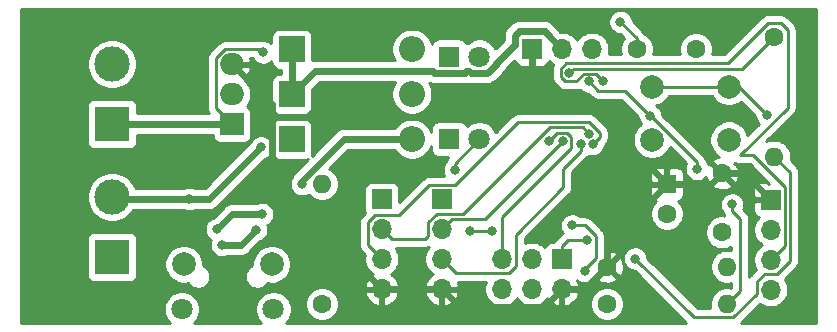
<source format=gbr>
%TF.GenerationSoftware,KiCad,Pcbnew,(5.1.5)-3*%
%TF.CreationDate,2020-09-12T07:11:46+09:30*%
%TF.ProjectId,robotcontrol,726f626f-7463-46f6-9e74-726f6c2e6b69,rev?*%
%TF.SameCoordinates,Original*%
%TF.FileFunction,Copper,L2,Bot*%
%TF.FilePolarity,Positive*%
%FSLAX46Y46*%
G04 Gerber Fmt 4.6, Leading zero omitted, Abs format (unit mm)*
G04 Created by KiCad (PCBNEW (5.1.5)-3) date 2020-09-12 07:11:46*
%MOMM*%
%LPD*%
G04 APERTURE LIST*
%TA.AperFunction,ComponentPad*%
%ADD10C,3.000000*%
%TD*%
%TA.AperFunction,ComponentPad*%
%ADD11R,3.000000X3.000000*%
%TD*%
%TA.AperFunction,ComponentPad*%
%ADD12O,1.700000X1.700000*%
%TD*%
%TA.AperFunction,ComponentPad*%
%ADD13R,1.700000X1.700000*%
%TD*%
%TA.AperFunction,ComponentPad*%
%ADD14O,2.000000X1.905000*%
%TD*%
%TA.AperFunction,ComponentPad*%
%ADD15R,2.000000X1.905000*%
%TD*%
%TA.AperFunction,ComponentPad*%
%ADD16C,2.000000*%
%TD*%
%TA.AperFunction,ComponentPad*%
%ADD17O,1.600000X1.600000*%
%TD*%
%TA.AperFunction,ComponentPad*%
%ADD18C,1.600000*%
%TD*%
%TA.AperFunction,ComponentPad*%
%ADD19C,1.800000*%
%TD*%
%TA.AperFunction,ComponentPad*%
%ADD20R,1.800000X1.800000*%
%TD*%
%TA.AperFunction,ComponentPad*%
%ADD21O,2.200000X2.200000*%
%TD*%
%TA.AperFunction,ComponentPad*%
%ADD22R,2.200000X2.200000*%
%TD*%
%TA.AperFunction,ComponentPad*%
%ADD23R,1.600000X1.600000*%
%TD*%
%TA.AperFunction,ViaPad*%
%ADD24C,0.800000*%
%TD*%
%TA.AperFunction,Conductor*%
%ADD25C,0.600000*%
%TD*%
%TA.AperFunction,Conductor*%
%ADD26C,0.250000*%
%TD*%
%TA.AperFunction,Conductor*%
%ADD27C,0.254000*%
%TD*%
G04 APERTURE END LIST*
D10*
%TO.P,BT1,1*%
%TO.N,Net-(BT1-Pad1)*%
X96520000Y-101409500D03*
D11*
%TO.P,BT1,2*%
%TO.N,GND*%
X96520000Y-106489500D03*
%TD*%
D12*
%TO.P,J6,6*%
%TO.N,GND*%
X129540000Y-109220000D03*
%TO.P,J6,5*%
%TO.N,Net-(J6-Pad5)*%
X129540000Y-106680000D03*
%TO.P,J6,4*%
%TO.N,Net-(J6-Pad4)*%
X132080000Y-109220000D03*
%TO.P,J6,3*%
%TO.N,Net-(J6-Pad3)*%
X132080000Y-106680000D03*
%TO.P,J6,2*%
%TO.N,VCC*%
X134620000Y-109220000D03*
D13*
%TO.P,J6,1*%
%TO.N,Net-(J6-Pad1)*%
X134620000Y-106680000D03*
%TD*%
D14*
%TO.P,U2,3*%
%TO.N,VCC*%
X106680000Y-90170000D03*
%TO.P,U2,2*%
%TO.N,GND*%
X106680000Y-92710000D03*
D15*
%TO.P,U2,1*%
%TO.N,Net-(C1-Pad1)*%
X106680000Y-95250000D03*
%TD*%
D16*
%TO.P,SW2,1*%
%TO.N,Net-(J6-Pad5)*%
X148740000Y-92075000D03*
%TO.P,SW2,2*%
%TO.N,GND*%
X148740000Y-96575000D03*
%TO.P,SW2,1*%
%TO.N,Net-(J6-Pad5)*%
X142240000Y-92075000D03*
%TO.P,SW2,2*%
%TO.N,GND*%
X142240000Y-96575000D03*
%TD*%
D12*
%TO.P,SW1,3*%
%TO.N,Net-(SW1-Pad3)*%
X137160000Y-88900000D03*
%TO.P,SW1,2*%
%TO.N,VCCIN*%
X134620000Y-88900000D03*
D13*
%TO.P,SW1,1*%
%TO.N,VCC*%
X132080000Y-88900000D03*
%TD*%
D17*
%TO.P,R4,2*%
%TO.N,Net-(J6-Pad5)*%
X148590000Y-107315000D03*
D18*
%TO.P,R4,1*%
%TO.N,VCC*%
X138430000Y-107315000D03*
%TD*%
D17*
%TO.P,R3,2*%
%TO.N,Net-(D5-Pad2)*%
X152603200Y-97993200D03*
D18*
%TO.P,R3,1*%
%TO.N,Net-(R3-Pad1)*%
X152603200Y-87833200D03*
%TD*%
D17*
%TO.P,R2,2*%
%TO.N,GND*%
X114300000Y-100330000D03*
D18*
%TO.P,R2,1*%
%TO.N,Net-(R2-Pad1)*%
X114300000Y-110490000D03*
%TD*%
D17*
%TO.P,R1,2*%
%TO.N,Net-(D2-Pad2)*%
X148590000Y-110490000D03*
D18*
%TO.P,R1,1*%
%TO.N,Net-(BT1-Pad1)*%
X138430000Y-110490000D03*
%TD*%
D12*
%TO.P,J5,4*%
%TO.N,Net-(J5-Pad4)*%
X152298400Y-109270800D03*
%TO.P,J5,3*%
%TO.N,Net-(J5-Pad3)*%
X152298400Y-106730800D03*
%TO.P,J5,2*%
%TO.N,GND*%
X152298400Y-104190800D03*
D13*
%TO.P,J5,1*%
%TO.N,VCC*%
X152298400Y-101650800D03*
%TD*%
D12*
%TO.P,J4,4*%
%TO.N,VCC*%
X119380000Y-109220000D03*
%TO.P,J4,3*%
%TO.N,Net-(J4-Pad3)*%
X119380000Y-106680000D03*
%TO.P,J4,2*%
%TO.N,Net-(J4-Pad2)*%
X119380000Y-104140000D03*
D13*
%TO.P,J4,1*%
%TO.N,GND*%
X119380000Y-101600000D03*
%TD*%
D12*
%TO.P,J3,4*%
%TO.N,VCC*%
X124460000Y-109220000D03*
%TO.P,J3,3*%
%TO.N,Net-(J3-Pad3)*%
X124460000Y-106680000D03*
%TO.P,J3,2*%
%TO.N,Net-(J3-Pad2)*%
X124460000Y-104140000D03*
D13*
%TO.P,J3,1*%
%TO.N,GND*%
X124460000Y-101600000D03*
%TD*%
D10*
%TO.P,J2,2*%
%TO.N,GND*%
X96520000Y-90170000D03*
D11*
%TO.P,J2,1*%
%TO.N,Net-(C1-Pad1)*%
X96520000Y-95250000D03*
%TD*%
D19*
%TO.P,J1,6*%
%TO.N,GND*%
X110199400Y-110916000D03*
X102449400Y-110916000D03*
D16*
X110049400Y-107116000D03*
X102599400Y-107116000D03*
%TD*%
D19*
%TO.P,D5,2*%
%TO.N,Net-(D5-Pad2)*%
X127635000Y-96520000D03*
D20*
%TO.P,D5,1*%
%TO.N,GND*%
X125095000Y-96520000D03*
%TD*%
D21*
%TO.P,D4,2*%
%TO.N,Net-(BT1-Pad1)*%
X121920000Y-88900000D03*
D22*
%TO.P,D4,1*%
%TO.N,VCCIN*%
X111760000Y-88900000D03*
%TD*%
D21*
%TO.P,D3,2*%
%TO.N,Net-(D3-Pad2)*%
X121920000Y-96520000D03*
D22*
%TO.P,D3,1*%
%TO.N,Net-(BT1-Pad1)*%
X111760000Y-96520000D03*
%TD*%
D19*
%TO.P,D2,2*%
%TO.N,Net-(D2-Pad2)*%
X127635000Y-89535000D03*
D20*
%TO.P,D2,1*%
%TO.N,GND*%
X125095000Y-89535000D03*
%TD*%
D21*
%TO.P,D1,2*%
%TO.N,Net-(D1-Pad2)*%
X121920000Y-92710000D03*
D22*
%TO.P,D1,1*%
%TO.N,VCCIN*%
X111760000Y-92710000D03*
%TD*%
D18*
%TO.P,C3,2*%
%TO.N,GND*%
X143510000Y-102830000D03*
D23*
%TO.P,C3,1*%
%TO.N,VCC*%
X143510000Y-100330000D03*
%TD*%
D18*
%TO.P,C2,2*%
%TO.N,GND*%
X148183600Y-104415600D03*
%TO.P,C2,1*%
%TO.N,VCC*%
X148183600Y-99415600D03*
%TD*%
%TO.P,C1,2*%
%TO.N,GND*%
X145970000Y-88900000D03*
%TO.P,C1,1*%
%TO.N,Net-(C1-Pad1)*%
X140970000Y-88900000D03*
%TD*%
D24*
%TO.N,Net-(BT1-Pad1)*%
X103073200Y-101600000D03*
X109145490Y-97218500D03*
%TO.N,Net-(C1-Pad1)*%
X109320000Y-89170000D03*
X139580000Y-86599990D03*
%TO.N,VCC*%
X135839200Y-99364800D03*
%TO.N,Net-(D1-Pad2)*%
X108712000Y-104203500D03*
X105854500Y-105473500D03*
%TO.N,Net-(D2-Pad2)*%
X149034500Y-102044500D03*
%TO.N,Net-(D3-Pad2)*%
X112634998Y-100330000D03*
X109220000Y-102870000D03*
X105410000Y-104140000D03*
%TO.N,Net-(D5-Pad2)*%
X135490000Y-103830000D03*
X125560000Y-99120000D03*
X126810000Y-104330000D03*
X128700000Y-104330000D03*
X136570000Y-107690000D03*
X140820000Y-106640000D03*
%TO.N,Net-(J3-Pad3)*%
X136270000Y-96940000D03*
%TO.N,Net-(J3-Pad2)*%
X134683500Y-96710500D03*
%TO.N,Net-(J4-Pad3)*%
X137220000Y-96950000D03*
%TO.N,Net-(J4-Pad2)*%
X136940000Y-96050000D03*
%TO.N,Net-(J5-Pad4)*%
X136900000Y-91630000D03*
X142110000Y-94580000D03*
X146060000Y-99030000D03*
%TO.N,Net-(J5-Pad3)*%
X138100000Y-91620000D03*
%TO.N,Net-(R3-Pad1)*%
X135262496Y-90905490D03*
%TO.N,Net-(J6-Pad5)*%
X152019000Y-94488000D03*
X152019000Y-94488000D03*
X133540500Y-96647000D03*
%TO.N,Net-(J6-Pad1)*%
X136779000Y-105092500D03*
%TD*%
D25*
%TO.N,Net-(BT1-Pad1)*%
X103073200Y-101600000D02*
X103073200Y-101600000D01*
X103073200Y-101600000D02*
X104763990Y-101600000D01*
X104763990Y-101600000D02*
X109145490Y-97218500D01*
X96710500Y-101600000D02*
X96520000Y-101409500D01*
X103073200Y-101600000D02*
X96710500Y-101600000D01*
%TO.N,Net-(C1-Pad1)*%
X96520000Y-95250000D02*
X106680000Y-95250000D01*
D26*
X106103339Y-88892490D02*
X109042490Y-88892490D01*
X106680000Y-95250000D02*
X105354990Y-93924990D01*
X105354990Y-89640839D02*
X106103339Y-88892490D01*
X105354990Y-93924990D02*
X105354990Y-89640839D01*
X109042490Y-88892490D02*
X109320000Y-89170000D01*
X140970000Y-87989990D02*
X140970000Y-88900000D01*
X139580000Y-86599990D02*
X140970000Y-87989990D01*
D25*
%TO.N,VCC*%
X119380000Y-109220000D02*
X124460000Y-109220000D01*
X136525000Y-109220000D02*
X138430000Y-107315000D01*
X134620000Y-109220000D02*
X136525000Y-109220000D01*
X138430000Y-107315000D02*
X138430000Y-101955600D01*
X138430000Y-101955600D02*
X135839200Y-99364800D01*
X135839200Y-99364800D02*
X135839200Y-99364800D01*
X138430000Y-101955600D02*
X139598400Y-103124000D01*
X140716000Y-103124000D02*
X143510000Y-100330000D01*
X139598400Y-103124000D02*
X140716000Y-103124000D01*
X147269200Y-100330000D02*
X148183600Y-99415600D01*
X143510000Y-100330000D02*
X147269200Y-100330000D01*
X150063200Y-99415600D02*
X152298400Y-101650800D01*
X148183600Y-99415600D02*
X150063200Y-99415600D01*
X133096000Y-110744000D02*
X134620000Y-109220000D01*
X124460000Y-109220000D02*
X125984000Y-110744000D01*
X125984000Y-110744000D02*
X133096000Y-110744000D01*
X110045500Y-99885500D02*
X119380000Y-109220000D01*
X110045500Y-93535500D02*
X110045500Y-99885500D01*
X106680000Y-90170000D02*
X110045500Y-93535500D01*
X132080000Y-90350000D02*
X132080000Y-88900000D01*
X143510000Y-100330000D02*
X136906000Y-93726000D01*
X135456000Y-93726000D02*
X132080000Y-90350000D01*
X136906000Y-93726000D02*
X135456000Y-93726000D01*
%TO.N,Net-(D1-Pad2)*%
X107442000Y-105473500D02*
X108712000Y-104203500D01*
X105918000Y-105473500D02*
X107442000Y-105473500D01*
%TO.N,VCCIN*%
X111760000Y-88900000D02*
X111760000Y-92710000D01*
X133635750Y-87915750D02*
X134620000Y-88900000D01*
X133635750Y-87855748D02*
X133635750Y-87915750D01*
X133156002Y-87376000D02*
X133635750Y-87855748D01*
X123694999Y-90835001D02*
X123794999Y-90935001D01*
X123694999Y-90760001D02*
X123694999Y-90835001D01*
X129035001Y-90207001D02*
X129035001Y-90116199D01*
X128307001Y-90935001D02*
X129035001Y-90207001D01*
X111760000Y-92710000D02*
X113709999Y-90760001D01*
X123794999Y-90935001D02*
X126395001Y-90935001D01*
X113709999Y-90760001D02*
X123694999Y-90760001D01*
X130619500Y-88531700D02*
X130619500Y-87760498D01*
X126395001Y-90935001D02*
X126495001Y-90835001D01*
X126495001Y-90835001D02*
X126495001Y-90760001D01*
X126495001Y-90760001D02*
X126787999Y-90760001D01*
X126962999Y-90935001D02*
X128307001Y-90935001D01*
X126787999Y-90760001D02*
X126962999Y-90935001D01*
X129035001Y-90116199D02*
X130619500Y-88531700D01*
X130619500Y-87760498D02*
X131003998Y-87376000D01*
X131003998Y-87376000D02*
X133156002Y-87376000D01*
D26*
%TO.N,Net-(D2-Pad2)*%
X149389999Y-109690001D02*
X148590000Y-110490000D01*
X149715001Y-109364999D02*
X149389999Y-109690001D01*
X149715001Y-103290686D02*
X149715001Y-109364999D01*
X149034500Y-102610185D02*
X149715001Y-103290686D01*
X149034500Y-102044500D02*
X149034500Y-102610185D01*
D25*
%TO.N,Net-(D3-Pad2)*%
X121920000Y-96520000D02*
X116444998Y-96520000D01*
D26*
X112634998Y-100330000D02*
X112634998Y-100330000D01*
D25*
X109220000Y-102870000D02*
X106680000Y-102870000D01*
X106680000Y-102870000D02*
X105410000Y-104140000D01*
D26*
X105410000Y-104140000D02*
X105410000Y-104140000D01*
D25*
X112634998Y-100026502D02*
X112634998Y-100330000D01*
X116444998Y-96520000D02*
X116141500Y-96520000D01*
X116141500Y-96520000D02*
X112634998Y-100026502D01*
D26*
%TO.N,Net-(D5-Pad2)*%
X125560000Y-98595000D02*
X125560000Y-99120000D01*
X127635000Y-96520000D02*
X125560000Y-98595000D01*
X126810000Y-104330000D02*
X128700000Y-104330000D01*
X128700000Y-104330000D02*
X128700000Y-104330000D01*
X137504001Y-106575997D02*
X136570000Y-107509998D01*
X137504001Y-104744499D02*
X137504001Y-106575997D01*
X135490000Y-103830000D02*
X136589502Y-103830000D01*
X136589502Y-103830000D02*
X137504001Y-104744499D01*
X136570000Y-107509998D02*
X136570000Y-107690000D01*
X153923411Y-99313411D02*
X152603200Y-97993200D01*
X152862401Y-107905801D02*
X153923411Y-106844791D01*
X151774199Y-107905801D02*
X152862401Y-107905801D01*
X151123399Y-108556601D02*
X151774199Y-107905801D01*
X151123399Y-109621603D02*
X151123399Y-108556601D01*
X149130001Y-111615001D02*
X151123399Y-109621603D01*
X145795001Y-111615001D02*
X149130001Y-111615001D01*
X153923411Y-106844791D02*
X153923411Y-99313411D01*
X140820000Y-106640000D02*
X145795001Y-111615001D01*
%TO.N,Net-(J3-Pad3)*%
X130715001Y-107244001D02*
X130715001Y-104615999D01*
X130104001Y-107855001D02*
X130715001Y-107244001D01*
X124460000Y-106680000D02*
X125635001Y-107855001D01*
X125635001Y-107855001D02*
X130104001Y-107855001D01*
X130715001Y-104615999D02*
X134747000Y-100584000D01*
X136270000Y-97505685D02*
X136270000Y-96940000D01*
X134747000Y-99028685D02*
X136270000Y-97505685D01*
X134747000Y-100584000D02*
X134747000Y-99028685D01*
%TO.N,Net-(J3-Pad2)*%
X125309999Y-103290001D02*
X128103999Y-103290001D01*
X124460000Y-104140000D02*
X125309999Y-103290001D01*
X128103999Y-103290001D02*
X134683500Y-96710500D01*
X134683500Y-96710500D02*
X134683500Y-96710500D01*
%TO.N,Net-(J4-Pad3)*%
X125570001Y-100424999D02*
X130909521Y-95085479D01*
X137813999Y-95973997D02*
X137813999Y-96362991D01*
X118204999Y-103575999D02*
X118815999Y-102964999D01*
X120809999Y-102964999D02*
X123349999Y-100424999D01*
X118815999Y-102964999D02*
X120809999Y-102964999D01*
X137813999Y-96362991D02*
X137414000Y-96762990D01*
X130909521Y-95085479D02*
X136925481Y-95085479D01*
X136925481Y-95085479D02*
X137813999Y-95973997D01*
X119380000Y-106680000D02*
X118204999Y-105504999D01*
X118204999Y-105504999D02*
X118204999Y-103575999D01*
X123349999Y-100424999D02*
X125570001Y-100424999D01*
%TO.N,Net-(J4-Pad2)*%
X136425489Y-95535489D02*
X136940000Y-96050000D01*
X126274507Y-102839991D02*
X133579009Y-95535489D01*
X120229999Y-104989999D02*
X122999001Y-104989999D01*
X123284999Y-103575999D02*
X124021007Y-102839991D01*
X133579009Y-95535489D02*
X136425489Y-95535489D01*
X119380000Y-104140000D02*
X120229999Y-104989999D01*
X122999001Y-104989999D02*
X123284999Y-104704001D01*
X123284999Y-104704001D02*
X123284999Y-103575999D01*
X124021007Y-102839991D02*
X126274507Y-102839991D01*
%TO.N,Net-(J5-Pad4)*%
X136900000Y-91630000D02*
X137690000Y-92420000D01*
X137690000Y-92420000D02*
X139950000Y-92420000D01*
X139950000Y-92420000D02*
X142110000Y-94580000D01*
X142110000Y-94580000D02*
X142110000Y-94580000D01*
X142206002Y-94580000D02*
X146060000Y-98433998D01*
X142110000Y-94580000D02*
X142206002Y-94580000D01*
X146060000Y-98433998D02*
X146060000Y-99030000D01*
%TO.N,Net-(J5-Pad3)*%
X138089500Y-91630500D02*
X138100000Y-91620000D01*
X137481025Y-91001025D02*
X138100000Y-91620000D01*
X153728201Y-93851801D02*
X153728201Y-87293199D01*
X149680001Y-97900001D02*
X153728201Y-93851801D01*
X153473401Y-105555799D02*
X153473401Y-100540799D01*
X152298400Y-106730800D02*
X153473401Y-105555799D01*
X153728201Y-87293199D02*
X153143201Y-86708199D01*
X153143201Y-86708199D02*
X152063199Y-86708199D01*
X134993978Y-90101006D02*
X134537495Y-90557489D01*
X135829500Y-91630500D02*
X136458975Y-91001025D01*
X152063199Y-86708199D02*
X148670392Y-90101006D01*
X150832603Y-97900001D02*
X149680001Y-97900001D01*
X134537495Y-91253491D02*
X134914504Y-91630500D01*
X153473401Y-100540799D02*
X150832603Y-97900001D01*
X148670392Y-90101006D02*
X134993978Y-90101006D01*
X134914504Y-91630500D02*
X135829500Y-91630500D01*
X134537495Y-90557489D02*
X134537495Y-91253491D01*
X136458975Y-91001025D02*
X137481025Y-91001025D01*
%TO.N,Net-(R3-Pad1)*%
X135616971Y-90551015D02*
X135262496Y-90905490D01*
X152603200Y-87833200D02*
X149885385Y-90551015D01*
X149885385Y-90551015D02*
X135616971Y-90551015D01*
%TO.N,Net-(J6-Pad5)*%
X149606000Y-92075000D02*
X148740000Y-92075000D01*
X152019000Y-94488000D02*
X149606000Y-92075000D01*
X133540500Y-96647000D02*
X133540500Y-96647000D01*
X142240000Y-92075000D02*
X148740000Y-92075000D01*
X135031501Y-95985499D02*
X134202001Y-95985499D01*
X135408501Y-97255499D02*
X135408501Y-96362499D01*
X134202001Y-95985499D02*
X133540500Y-96647000D01*
X135408501Y-96362499D02*
X135031501Y-95985499D01*
X129540000Y-106680000D02*
X129540000Y-103124000D01*
X129540000Y-103124000D02*
X135408501Y-97255499D01*
%TO.N,Net-(J6-Pad1)*%
X134620000Y-105580000D02*
X135107500Y-105092500D01*
X134620000Y-106680000D02*
X134620000Y-105580000D01*
X135107500Y-105092500D02*
X136779000Y-105092500D01*
X136779000Y-105092500D02*
X136779000Y-105092500D01*
%TD*%
D27*
%TO.N,VCC*%
G36*
X156121500Y-112052500D02*
G01*
X149767303Y-112052500D01*
X151378001Y-110441803D01*
X151594989Y-110586790D01*
X151865242Y-110698732D01*
X152152140Y-110755800D01*
X152444660Y-110755800D01*
X152731558Y-110698732D01*
X153001811Y-110586790D01*
X153245032Y-110424275D01*
X153451875Y-110217432D01*
X153614390Y-109974211D01*
X153726332Y-109703958D01*
X153783400Y-109417060D01*
X153783400Y-109124540D01*
X153726332Y-108837642D01*
X153614390Y-108567389D01*
X153478695Y-108364308D01*
X154434415Y-107408589D01*
X154463412Y-107384792D01*
X154558385Y-107269067D01*
X154628957Y-107137038D01*
X154672414Y-106993777D01*
X154683411Y-106882124D01*
X154683411Y-106882116D01*
X154687087Y-106844791D01*
X154683411Y-106807466D01*
X154683411Y-99350733D01*
X154687087Y-99313410D01*
X154683411Y-99276087D01*
X154683411Y-99276078D01*
X154672414Y-99164425D01*
X154628957Y-99021164D01*
X154558385Y-98889135D01*
X154463412Y-98773410D01*
X154434414Y-98749612D01*
X154001888Y-98317086D01*
X154038200Y-98134535D01*
X154038200Y-97851865D01*
X153983053Y-97574626D01*
X153874880Y-97313473D01*
X153717837Y-97078441D01*
X153517959Y-96878563D01*
X153282927Y-96721520D01*
X153021774Y-96613347D01*
X152744535Y-96558200D01*
X152461865Y-96558200D01*
X152184626Y-96613347D01*
X151940220Y-96714583D01*
X154239205Y-94415599D01*
X154268202Y-94391802D01*
X154363175Y-94276077D01*
X154433747Y-94144048D01*
X154477204Y-94000787D01*
X154488201Y-93889134D01*
X154488201Y-93889125D01*
X154491877Y-93851802D01*
X154488201Y-93814479D01*
X154488201Y-87330522D01*
X154491877Y-87293199D01*
X154488201Y-87255876D01*
X154488201Y-87255866D01*
X154477204Y-87144213D01*
X154433747Y-87000952D01*
X154430180Y-86994279D01*
X154363175Y-86868922D01*
X154292000Y-86782196D01*
X154268202Y-86753198D01*
X154239203Y-86729399D01*
X153707004Y-86197201D01*
X153683202Y-86168198D01*
X153567477Y-86073225D01*
X153435448Y-86002653D01*
X153292187Y-85959196D01*
X153180534Y-85948199D01*
X153180523Y-85948199D01*
X153143201Y-85944523D01*
X153105879Y-85948199D01*
X152100524Y-85948199D01*
X152063199Y-85944523D01*
X152025874Y-85948199D01*
X152025866Y-85948199D01*
X151914213Y-85959196D01*
X151770952Y-86002653D01*
X151638923Y-86073225D01*
X151523198Y-86168198D01*
X151499400Y-86197196D01*
X148355591Y-89341006D01*
X147340561Y-89341006D01*
X147349853Y-89318574D01*
X147405000Y-89041335D01*
X147405000Y-88758665D01*
X147349853Y-88481426D01*
X147241680Y-88220273D01*
X147084637Y-87985241D01*
X146884759Y-87785363D01*
X146649727Y-87628320D01*
X146388574Y-87520147D01*
X146111335Y-87465000D01*
X145828665Y-87465000D01*
X145551426Y-87520147D01*
X145290273Y-87628320D01*
X145055241Y-87785363D01*
X144855363Y-87985241D01*
X144698320Y-88220273D01*
X144590147Y-88481426D01*
X144535000Y-88758665D01*
X144535000Y-89041335D01*
X144590147Y-89318574D01*
X144599439Y-89341006D01*
X142340561Y-89341006D01*
X142349853Y-89318574D01*
X142405000Y-89041335D01*
X142405000Y-88758665D01*
X142349853Y-88481426D01*
X142241680Y-88220273D01*
X142084637Y-87985241D01*
X141884759Y-87785363D01*
X141649727Y-87628320D01*
X141635228Y-87622314D01*
X141604974Y-87565714D01*
X141510001Y-87449989D01*
X141481004Y-87426192D01*
X140615000Y-86560189D01*
X140615000Y-86498051D01*
X140575226Y-86298092D01*
X140497205Y-86109734D01*
X140383937Y-85940216D01*
X140239774Y-85796053D01*
X140070256Y-85682785D01*
X139881898Y-85604764D01*
X139681939Y-85564990D01*
X139478061Y-85564990D01*
X139278102Y-85604764D01*
X139089744Y-85682785D01*
X138920226Y-85796053D01*
X138776063Y-85940216D01*
X138662795Y-86109734D01*
X138584774Y-86298092D01*
X138545000Y-86498051D01*
X138545000Y-86701929D01*
X138584774Y-86901888D01*
X138662795Y-87090246D01*
X138776063Y-87259764D01*
X138920226Y-87403927D01*
X139089744Y-87517195D01*
X139278102Y-87595216D01*
X139478061Y-87634990D01*
X139540199Y-87634990D01*
X139872906Y-87967698D01*
X139855363Y-87985241D01*
X139698320Y-88220273D01*
X139590147Y-88481426D01*
X139535000Y-88758665D01*
X139535000Y-89041335D01*
X139590147Y-89318574D01*
X139599439Y-89341006D01*
X138584681Y-89341006D01*
X138587932Y-89333158D01*
X138645000Y-89046260D01*
X138645000Y-88753740D01*
X138587932Y-88466842D01*
X138475990Y-88196589D01*
X138313475Y-87953368D01*
X138106632Y-87746525D01*
X137863411Y-87584010D01*
X137593158Y-87472068D01*
X137306260Y-87415000D01*
X137013740Y-87415000D01*
X136726842Y-87472068D01*
X136456589Y-87584010D01*
X136213368Y-87746525D01*
X136006525Y-87953368D01*
X135890000Y-88127760D01*
X135773475Y-87953368D01*
X135566632Y-87746525D01*
X135323411Y-87584010D01*
X135053158Y-87472068D01*
X134766260Y-87415000D01*
X134473740Y-87415000D01*
X134461638Y-87417407D01*
X134416936Y-87333776D01*
X134300094Y-87191404D01*
X134264410Y-87162119D01*
X133849632Y-86747341D01*
X133820346Y-86711656D01*
X133677974Y-86594814D01*
X133515542Y-86507993D01*
X133339294Y-86454529D01*
X133201934Y-86441000D01*
X133156002Y-86436476D01*
X133110070Y-86441000D01*
X131049929Y-86441000D01*
X131003997Y-86436476D01*
X130820705Y-86454529D01*
X130767241Y-86470747D01*
X130644458Y-86507993D01*
X130482026Y-86594814D01*
X130339654Y-86711656D01*
X130310368Y-86747341D01*
X129990836Y-87066873D01*
X129955157Y-87096154D01*
X129838315Y-87238526D01*
X129779365Y-87348815D01*
X129751494Y-87400958D01*
X129698029Y-87577207D01*
X129679976Y-87760498D01*
X129684500Y-87806430D01*
X129684500Y-88144411D01*
X129002828Y-88826083D01*
X128995299Y-88807905D01*
X128827312Y-88556495D01*
X128613505Y-88342688D01*
X128362095Y-88174701D01*
X128082743Y-88058989D01*
X127786184Y-88000000D01*
X127483816Y-88000000D01*
X127187257Y-88058989D01*
X126907905Y-88174701D01*
X126656495Y-88342688D01*
X126590056Y-88409127D01*
X126584502Y-88390820D01*
X126525537Y-88280506D01*
X126446185Y-88183815D01*
X126349494Y-88104463D01*
X126239180Y-88045498D01*
X126119482Y-88009188D01*
X125995000Y-87996928D01*
X124195000Y-87996928D01*
X124070518Y-88009188D01*
X123950820Y-88045498D01*
X123840506Y-88104463D01*
X123743815Y-88183815D01*
X123664463Y-88280506D01*
X123605498Y-88390820D01*
X123594754Y-88426239D01*
X123588325Y-88393919D01*
X123457537Y-88078169D01*
X123267663Y-87794002D01*
X123025998Y-87552337D01*
X122741831Y-87362463D01*
X122426081Y-87231675D01*
X122090883Y-87165000D01*
X121749117Y-87165000D01*
X121413919Y-87231675D01*
X121098169Y-87362463D01*
X120814002Y-87552337D01*
X120572337Y-87794002D01*
X120382463Y-88078169D01*
X120251675Y-88393919D01*
X120185000Y-88729117D01*
X120185000Y-89070883D01*
X120251675Y-89406081D01*
X120382463Y-89721831D01*
X120451399Y-89825001D01*
X113755930Y-89825001D01*
X113709998Y-89820477D01*
X113526706Y-89838530D01*
X113499998Y-89846632D01*
X113498072Y-89847216D01*
X113498072Y-87800000D01*
X113485812Y-87675518D01*
X113449502Y-87555820D01*
X113390537Y-87445506D01*
X113311185Y-87348815D01*
X113214494Y-87269463D01*
X113104180Y-87210498D01*
X112984482Y-87174188D01*
X112860000Y-87161928D01*
X110660000Y-87161928D01*
X110535518Y-87174188D01*
X110415820Y-87210498D01*
X110305506Y-87269463D01*
X110208815Y-87348815D01*
X110129463Y-87445506D01*
X110070498Y-87555820D01*
X110034188Y-87675518D01*
X110021928Y-87800000D01*
X110021928Y-88408217D01*
X109979774Y-88366063D01*
X109810256Y-88252795D01*
X109621898Y-88174774D01*
X109421939Y-88135000D01*
X109218061Y-88135000D01*
X109180720Y-88142428D01*
X109079823Y-88132490D01*
X109079812Y-88132490D01*
X109042490Y-88128814D01*
X109005168Y-88132490D01*
X106140661Y-88132490D01*
X106103338Y-88128814D01*
X106066015Y-88132490D01*
X106066006Y-88132490D01*
X105954353Y-88143487D01*
X105811092Y-88186944D01*
X105679063Y-88257516D01*
X105563338Y-88352489D01*
X105539540Y-88381488D01*
X104843988Y-89077040D01*
X104814990Y-89100838D01*
X104791192Y-89129836D01*
X104791191Y-89129837D01*
X104720016Y-89216563D01*
X104649444Y-89348593D01*
X104632791Y-89403493D01*
X104607299Y-89487533D01*
X104605988Y-89491854D01*
X104591314Y-89640839D01*
X104594991Y-89678171D01*
X104594990Y-93887667D01*
X104591314Y-93924990D01*
X104594990Y-93962312D01*
X104594990Y-93962322D01*
X104605987Y-94073975D01*
X104636031Y-94173018D01*
X104649444Y-94217236D01*
X104701700Y-94315000D01*
X98658072Y-94315000D01*
X98658072Y-93750000D01*
X98645812Y-93625518D01*
X98609502Y-93505820D01*
X98550537Y-93395506D01*
X98471185Y-93298815D01*
X98374494Y-93219463D01*
X98264180Y-93160498D01*
X98144482Y-93124188D01*
X98020000Y-93111928D01*
X95020000Y-93111928D01*
X94895518Y-93124188D01*
X94775820Y-93160498D01*
X94665506Y-93219463D01*
X94568815Y-93298815D01*
X94489463Y-93395506D01*
X94430498Y-93505820D01*
X94394188Y-93625518D01*
X94381928Y-93750000D01*
X94381928Y-96750000D01*
X94394188Y-96874482D01*
X94430498Y-96994180D01*
X94489463Y-97104494D01*
X94568815Y-97201185D01*
X94665506Y-97280537D01*
X94775820Y-97339502D01*
X94895518Y-97375812D01*
X95020000Y-97388072D01*
X98020000Y-97388072D01*
X98144482Y-97375812D01*
X98264180Y-97339502D01*
X98374494Y-97280537D01*
X98471185Y-97201185D01*
X98550537Y-97104494D01*
X98609502Y-96994180D01*
X98645812Y-96874482D01*
X98658072Y-96750000D01*
X98658072Y-96185000D01*
X105041928Y-96185000D01*
X105041928Y-96202500D01*
X105054188Y-96326982D01*
X105090498Y-96446680D01*
X105149463Y-96556994D01*
X105228815Y-96653685D01*
X105325506Y-96733037D01*
X105435820Y-96792002D01*
X105555518Y-96828312D01*
X105680000Y-96840572D01*
X107680000Y-96840572D01*
X107804482Y-96828312D01*
X107924180Y-96792002D01*
X108034494Y-96733037D01*
X108131185Y-96653685D01*
X108210537Y-96556994D01*
X108269502Y-96446680D01*
X108305812Y-96326982D01*
X108318072Y-96202500D01*
X108318072Y-94297500D01*
X108305812Y-94173018D01*
X108269502Y-94053320D01*
X108210537Y-93943006D01*
X108131185Y-93846315D01*
X108034494Y-93766963D01*
X107950554Y-93722095D01*
X108053845Y-93596235D01*
X108201255Y-93320449D01*
X108292030Y-93021204D01*
X108322681Y-92710000D01*
X108292030Y-92398796D01*
X108201255Y-92099551D01*
X108053845Y-91823765D01*
X107855463Y-91582037D01*
X107676101Y-91434837D01*
X107861315Y-91279437D01*
X108055969Y-91036923D01*
X108199571Y-90761094D01*
X108270563Y-90542980D01*
X108150594Y-90297000D01*
X106807000Y-90297000D01*
X106807000Y-90317000D01*
X106553000Y-90317000D01*
X106553000Y-90297000D01*
X106533000Y-90297000D01*
X106533000Y-90043000D01*
X106553000Y-90043000D01*
X106553000Y-90023000D01*
X106807000Y-90023000D01*
X106807000Y-90043000D01*
X108150594Y-90043000D01*
X108270563Y-89797020D01*
X108223521Y-89652490D01*
X108399578Y-89652490D01*
X108402795Y-89660256D01*
X108516063Y-89829774D01*
X108660226Y-89973937D01*
X108829744Y-90087205D01*
X109018102Y-90165226D01*
X109218061Y-90205000D01*
X109421939Y-90205000D01*
X109621898Y-90165226D01*
X109810256Y-90087205D01*
X109979774Y-89973937D01*
X110021928Y-89931783D01*
X110021928Y-90000000D01*
X110034188Y-90124482D01*
X110070498Y-90244180D01*
X110129463Y-90354494D01*
X110208815Y-90451185D01*
X110305506Y-90530537D01*
X110415820Y-90589502D01*
X110535518Y-90625812D01*
X110660000Y-90638072D01*
X110825000Y-90638072D01*
X110825001Y-90971928D01*
X110660000Y-90971928D01*
X110535518Y-90984188D01*
X110415820Y-91020498D01*
X110305506Y-91079463D01*
X110208815Y-91158815D01*
X110129463Y-91255506D01*
X110070498Y-91365820D01*
X110034188Y-91485518D01*
X110021928Y-91610000D01*
X110021928Y-93810000D01*
X110034188Y-93934482D01*
X110070498Y-94054180D01*
X110129463Y-94164494D01*
X110208815Y-94261185D01*
X110305506Y-94340537D01*
X110415820Y-94399502D01*
X110535518Y-94435812D01*
X110660000Y-94448072D01*
X112860000Y-94448072D01*
X112984482Y-94435812D01*
X113104180Y-94399502D01*
X113214494Y-94340537D01*
X113311185Y-94261185D01*
X113390537Y-94164494D01*
X113449502Y-94054180D01*
X113485812Y-93934482D01*
X113498072Y-93810000D01*
X113498072Y-92294218D01*
X114097289Y-91695001D01*
X120511534Y-91695001D01*
X120382463Y-91888169D01*
X120251675Y-92203919D01*
X120185000Y-92539117D01*
X120185000Y-92880883D01*
X120251675Y-93216081D01*
X120382463Y-93531831D01*
X120572337Y-93815998D01*
X120814002Y-94057663D01*
X121098169Y-94247537D01*
X121413919Y-94378325D01*
X121749117Y-94445000D01*
X122090883Y-94445000D01*
X122426081Y-94378325D01*
X122741831Y-94247537D01*
X123025998Y-94057663D01*
X123267663Y-93815998D01*
X123457537Y-93531831D01*
X123588325Y-93216081D01*
X123655000Y-92880883D01*
X123655000Y-92539117D01*
X123588325Y-92203919D01*
X123457537Y-91888169D01*
X123381287Y-91774053D01*
X123435459Y-91803008D01*
X123610814Y-91856201D01*
X123611707Y-91856472D01*
X123794998Y-91874525D01*
X123840930Y-91870001D01*
X126349069Y-91870001D01*
X126395001Y-91874525D01*
X126440933Y-91870001D01*
X126578293Y-91856472D01*
X126679000Y-91825923D01*
X126778814Y-91856201D01*
X126779707Y-91856472D01*
X126962998Y-91874525D01*
X127008930Y-91870001D01*
X128261069Y-91870001D01*
X128307001Y-91874525D01*
X128352933Y-91870001D01*
X128490293Y-91856472D01*
X128666541Y-91803008D01*
X128828973Y-91716187D01*
X128971345Y-91599345D01*
X129000631Y-91563660D01*
X129663666Y-90900626D01*
X129699345Y-90871345D01*
X129816187Y-90728973D01*
X129898484Y-90575005D01*
X130603723Y-89869766D01*
X130604188Y-89874482D01*
X130640498Y-89994180D01*
X130699463Y-90104494D01*
X130778815Y-90201185D01*
X130875506Y-90280537D01*
X130985820Y-90339502D01*
X131105518Y-90375812D01*
X131230000Y-90388072D01*
X131794250Y-90385000D01*
X131953000Y-90226250D01*
X131953000Y-89027000D01*
X131933000Y-89027000D01*
X131933000Y-88773000D01*
X131953000Y-88773000D01*
X131953000Y-88753000D01*
X132207000Y-88753000D01*
X132207000Y-88773000D01*
X132227000Y-88773000D01*
X132227000Y-89027000D01*
X132207000Y-89027000D01*
X132207000Y-90226250D01*
X132365750Y-90385000D01*
X132930000Y-90388072D01*
X133054482Y-90375812D01*
X133174180Y-90339502D01*
X133284494Y-90280537D01*
X133381185Y-90201185D01*
X133460537Y-90104494D01*
X133519502Y-89994180D01*
X133541513Y-89921620D01*
X133673368Y-90053475D01*
X133873621Y-90187280D01*
X133841346Y-90247663D01*
X133831949Y-90265243D01*
X133788492Y-90408504D01*
X133777495Y-90520157D01*
X133777495Y-90520167D01*
X133773819Y-90557489D01*
X133777495Y-90594811D01*
X133777495Y-91216169D01*
X133773819Y-91253491D01*
X133777495Y-91290813D01*
X133777495Y-91290824D01*
X133788492Y-91402477D01*
X133816812Y-91495835D01*
X133831949Y-91545737D01*
X133902521Y-91677767D01*
X133961825Y-91750028D01*
X133997495Y-91793492D01*
X134026493Y-91817290D01*
X134350700Y-92141497D01*
X134374503Y-92170501D01*
X134490228Y-92265474D01*
X134622257Y-92336046D01*
X134765518Y-92379503D01*
X134877171Y-92390500D01*
X134877180Y-92390500D01*
X134914503Y-92394176D01*
X134951826Y-92390500D01*
X135792178Y-92390500D01*
X135829500Y-92394176D01*
X135866822Y-92390500D01*
X135866833Y-92390500D01*
X135978486Y-92379503D01*
X136121747Y-92336046D01*
X136135164Y-92328875D01*
X136240226Y-92433937D01*
X136409744Y-92547205D01*
X136598102Y-92625226D01*
X136798061Y-92665000D01*
X136860198Y-92665000D01*
X137126201Y-92931002D01*
X137149999Y-92960001D01*
X137265724Y-93054974D01*
X137397753Y-93125546D01*
X137541014Y-93169003D01*
X137652667Y-93180000D01*
X137652675Y-93180000D01*
X137690000Y-93183676D01*
X137727325Y-93180000D01*
X139635199Y-93180000D01*
X141075000Y-94619802D01*
X141075000Y-94681939D01*
X141114774Y-94881898D01*
X141192795Y-95070256D01*
X141302767Y-95234841D01*
X141197748Y-95305013D01*
X140970013Y-95532748D01*
X140791082Y-95800537D01*
X140667832Y-96098088D01*
X140605000Y-96413967D01*
X140605000Y-96736033D01*
X140667832Y-97051912D01*
X140791082Y-97349463D01*
X140970013Y-97617252D01*
X141197748Y-97844987D01*
X141465537Y-98023918D01*
X141763088Y-98147168D01*
X142078967Y-98210000D01*
X142401033Y-98210000D01*
X142716912Y-98147168D01*
X143014463Y-98023918D01*
X143282252Y-97844987D01*
X143509987Y-97617252D01*
X143688918Y-97349463D01*
X143750937Y-97199736D01*
X145127608Y-98576408D01*
X145064774Y-98728102D01*
X145025000Y-98928061D01*
X145025000Y-99131939D01*
X145064774Y-99331898D01*
X145142795Y-99520256D01*
X145256063Y-99689774D01*
X145400226Y-99833937D01*
X145569744Y-99947205D01*
X145758102Y-100025226D01*
X145958061Y-100065000D01*
X146161939Y-100065000D01*
X146361898Y-100025226D01*
X146550256Y-99947205D01*
X146719774Y-99833937D01*
X146785647Y-99768064D01*
X146879997Y-100031892D01*
X146946929Y-100157114D01*
X147190898Y-100228697D01*
X148003995Y-99415600D01*
X147190898Y-98602503D01*
X147023541Y-98651607D01*
X146977205Y-98539744D01*
X146863937Y-98370226D01*
X146812311Y-98318600D01*
X146809003Y-98285012D01*
X146765546Y-98141751D01*
X146694974Y-98009722D01*
X146600001Y-97893997D01*
X146571004Y-97870200D01*
X143136592Y-94435788D01*
X143105226Y-94278102D01*
X143027205Y-94089744D01*
X142913937Y-93920226D01*
X142769774Y-93776063D01*
X142608995Y-93668634D01*
X142716912Y-93647168D01*
X143014463Y-93523918D01*
X143282252Y-93344987D01*
X143509987Y-93117252D01*
X143688918Y-92849463D01*
X143694909Y-92835000D01*
X147285091Y-92835000D01*
X147291082Y-92849463D01*
X147470013Y-93117252D01*
X147697748Y-93344987D01*
X147965537Y-93523918D01*
X148263088Y-93647168D01*
X148578967Y-93710000D01*
X148901033Y-93710000D01*
X149216912Y-93647168D01*
X149514463Y-93523918D01*
X149782252Y-93344987D01*
X149791719Y-93335520D01*
X150984000Y-94527802D01*
X150984000Y-94589939D01*
X151023774Y-94789898D01*
X151101795Y-94978256D01*
X151215063Y-95147774D01*
X151286245Y-95218956D01*
X150327920Y-96177280D01*
X150312168Y-96098088D01*
X150188918Y-95800537D01*
X150009987Y-95532748D01*
X149782252Y-95305013D01*
X149514463Y-95126082D01*
X149216912Y-95002832D01*
X148901033Y-94940000D01*
X148578967Y-94940000D01*
X148263088Y-95002832D01*
X147965537Y-95126082D01*
X147697748Y-95305013D01*
X147470013Y-95532748D01*
X147291082Y-95800537D01*
X147167832Y-96098088D01*
X147105000Y-96413967D01*
X147105000Y-96736033D01*
X147167832Y-97051912D01*
X147291082Y-97349463D01*
X147470013Y-97617252D01*
X147697748Y-97844987D01*
X147932863Y-98002086D01*
X147833470Y-98016813D01*
X147567308Y-98111997D01*
X147442086Y-98178929D01*
X147370503Y-98422898D01*
X148183600Y-99235995D01*
X148197743Y-99221853D01*
X148377348Y-99401458D01*
X148363205Y-99415600D01*
X149176302Y-100228697D01*
X149420271Y-100157114D01*
X149541171Y-99901604D01*
X149609900Y-99627416D01*
X149623817Y-99345088D01*
X149582387Y-99065470D01*
X149487203Y-98799308D01*
X149420271Y-98674086D01*
X149176304Y-98602503D01*
X149249193Y-98529614D01*
X149255725Y-98534975D01*
X149387754Y-98605547D01*
X149531015Y-98649004D01*
X149642668Y-98660001D01*
X149642679Y-98660001D01*
X149680001Y-98663677D01*
X149717323Y-98660001D01*
X150517802Y-98660001D01*
X152171398Y-100313598D01*
X152171398Y-100324548D01*
X152012650Y-100165800D01*
X151448400Y-100162728D01*
X151323918Y-100174988D01*
X151204220Y-100211298D01*
X151093906Y-100270263D01*
X150997215Y-100349615D01*
X150917863Y-100446306D01*
X150858898Y-100556620D01*
X150822588Y-100676318D01*
X150810328Y-100800800D01*
X150813400Y-101365050D01*
X150972150Y-101523800D01*
X152171400Y-101523800D01*
X152171400Y-101503800D01*
X152425400Y-101503800D01*
X152425400Y-101523800D01*
X152445400Y-101523800D01*
X152445400Y-101777800D01*
X152425400Y-101777800D01*
X152425400Y-101797800D01*
X152171400Y-101797800D01*
X152171400Y-101777800D01*
X150972150Y-101777800D01*
X150813400Y-101936550D01*
X150810328Y-102500800D01*
X150822588Y-102625282D01*
X150858898Y-102744980D01*
X150917863Y-102855294D01*
X150997215Y-102951985D01*
X151093906Y-103031337D01*
X151204220Y-103090302D01*
X151276780Y-103112313D01*
X151144925Y-103244168D01*
X150982410Y-103487389D01*
X150870468Y-103757642D01*
X150813400Y-104044540D01*
X150813400Y-104337060D01*
X150870468Y-104623958D01*
X150982410Y-104894211D01*
X151144925Y-105137432D01*
X151351768Y-105344275D01*
X151526160Y-105460800D01*
X151351768Y-105577325D01*
X151144925Y-105784168D01*
X150982410Y-106027389D01*
X150870468Y-106297642D01*
X150813400Y-106584540D01*
X150813400Y-106877060D01*
X150870468Y-107163958D01*
X150982410Y-107434211D01*
X151057943Y-107547255D01*
X150612397Y-107992802D01*
X150583399Y-108016600D01*
X150559601Y-108045598D01*
X150559600Y-108045599D01*
X150488425Y-108132325D01*
X150475001Y-108157439D01*
X150475001Y-103328011D01*
X150478677Y-103290686D01*
X150475001Y-103253361D01*
X150475001Y-103253353D01*
X150464004Y-103141700D01*
X150420547Y-102998439D01*
X150349975Y-102866410D01*
X150255002Y-102750685D01*
X150226005Y-102726888D01*
X149975771Y-102476655D01*
X150029726Y-102346398D01*
X150069500Y-102146439D01*
X150069500Y-101942561D01*
X150029726Y-101742602D01*
X149951705Y-101554244D01*
X149838437Y-101384726D01*
X149694274Y-101240563D01*
X149524756Y-101127295D01*
X149336398Y-101049274D01*
X149136439Y-101009500D01*
X148932561Y-101009500D01*
X148732602Y-101049274D01*
X148544244Y-101127295D01*
X148374726Y-101240563D01*
X148230563Y-101384726D01*
X148117295Y-101554244D01*
X148039274Y-101742602D01*
X147999500Y-101942561D01*
X147999500Y-102146439D01*
X148039274Y-102346398D01*
X148117295Y-102534756D01*
X148230563Y-102704274D01*
X148285513Y-102759224D01*
X148328954Y-102902432D01*
X148349583Y-102941025D01*
X148376186Y-102990795D01*
X148324935Y-102980600D01*
X148042265Y-102980600D01*
X147765026Y-103035747D01*
X147503873Y-103143920D01*
X147268841Y-103300963D01*
X147068963Y-103500841D01*
X146911920Y-103735873D01*
X146803747Y-103997026D01*
X146748600Y-104274265D01*
X146748600Y-104556935D01*
X146803747Y-104834174D01*
X146911920Y-105095327D01*
X147068963Y-105330359D01*
X147268841Y-105530237D01*
X147503873Y-105687280D01*
X147765026Y-105795453D01*
X148042265Y-105850600D01*
X148324935Y-105850600D01*
X148602174Y-105795453D01*
X148863327Y-105687280D01*
X148955001Y-105626025D01*
X148955001Y-105924491D01*
X148731335Y-105880000D01*
X148448665Y-105880000D01*
X148171426Y-105935147D01*
X147910273Y-106043320D01*
X147675241Y-106200363D01*
X147475363Y-106400241D01*
X147318320Y-106635273D01*
X147210147Y-106896426D01*
X147155000Y-107173665D01*
X147155000Y-107456335D01*
X147210147Y-107733574D01*
X147318320Y-107994727D01*
X147475363Y-108229759D01*
X147675241Y-108429637D01*
X147910273Y-108586680D01*
X148171426Y-108694853D01*
X148448665Y-108750000D01*
X148731335Y-108750000D01*
X148955002Y-108705509D01*
X148955002Y-109050197D01*
X148913887Y-109091312D01*
X148731335Y-109055000D01*
X148448665Y-109055000D01*
X148171426Y-109110147D01*
X147910273Y-109218320D01*
X147675241Y-109375363D01*
X147475363Y-109575241D01*
X147318320Y-109810273D01*
X147210147Y-110071426D01*
X147155000Y-110348665D01*
X147155000Y-110631335D01*
X147199491Y-110855001D01*
X146109803Y-110855001D01*
X141855000Y-106600199D01*
X141855000Y-106538061D01*
X141815226Y-106338102D01*
X141737205Y-106149744D01*
X141623937Y-105980226D01*
X141479774Y-105836063D01*
X141310256Y-105722795D01*
X141121898Y-105644774D01*
X140921939Y-105605000D01*
X140718061Y-105605000D01*
X140518102Y-105644774D01*
X140329744Y-105722795D01*
X140160226Y-105836063D01*
X140016063Y-105980226D01*
X139902795Y-106149744D01*
X139824774Y-106338102D01*
X139785000Y-106538061D01*
X139785000Y-106741939D01*
X139824774Y-106941898D01*
X139902795Y-107130256D01*
X140016063Y-107299774D01*
X140160226Y-107443937D01*
X140329744Y-107557205D01*
X140518102Y-107635226D01*
X140718061Y-107675000D01*
X140780199Y-107675000D01*
X145157698Y-112052500D01*
X111233717Y-112052500D01*
X111391712Y-111894505D01*
X111559699Y-111643095D01*
X111675411Y-111363743D01*
X111734400Y-111067184D01*
X111734400Y-110764816D01*
X111675411Y-110468257D01*
X111625875Y-110348665D01*
X112865000Y-110348665D01*
X112865000Y-110631335D01*
X112920147Y-110908574D01*
X113028320Y-111169727D01*
X113185363Y-111404759D01*
X113385241Y-111604637D01*
X113620273Y-111761680D01*
X113881426Y-111869853D01*
X114158665Y-111925000D01*
X114441335Y-111925000D01*
X114718574Y-111869853D01*
X114979727Y-111761680D01*
X115214759Y-111604637D01*
X115414637Y-111404759D01*
X115571680Y-111169727D01*
X115679853Y-110908574D01*
X115735000Y-110631335D01*
X115735000Y-110348665D01*
X115679853Y-110071426D01*
X115571680Y-109810273D01*
X115415739Y-109576890D01*
X117938524Y-109576890D01*
X117983175Y-109724099D01*
X118108359Y-109986920D01*
X118282412Y-110220269D01*
X118498645Y-110415178D01*
X118748748Y-110564157D01*
X119023109Y-110661481D01*
X119253000Y-110540814D01*
X119253000Y-109347000D01*
X119507000Y-109347000D01*
X119507000Y-110540814D01*
X119736891Y-110661481D01*
X120011252Y-110564157D01*
X120261355Y-110415178D01*
X120477588Y-110220269D01*
X120651641Y-109986920D01*
X120776825Y-109724099D01*
X120821476Y-109576890D01*
X123018524Y-109576890D01*
X123063175Y-109724099D01*
X123188359Y-109986920D01*
X123362412Y-110220269D01*
X123578645Y-110415178D01*
X123828748Y-110564157D01*
X124103109Y-110661481D01*
X124333000Y-110540814D01*
X124333000Y-109347000D01*
X124587000Y-109347000D01*
X124587000Y-110540814D01*
X124816891Y-110661481D01*
X125091252Y-110564157D01*
X125341355Y-110415178D01*
X125557588Y-110220269D01*
X125731641Y-109986920D01*
X125856825Y-109724099D01*
X125901476Y-109576890D01*
X125780155Y-109347000D01*
X124587000Y-109347000D01*
X124333000Y-109347000D01*
X123139845Y-109347000D01*
X123018524Y-109576890D01*
X120821476Y-109576890D01*
X120700155Y-109347000D01*
X119507000Y-109347000D01*
X119253000Y-109347000D01*
X118059845Y-109347000D01*
X117938524Y-109576890D01*
X115415739Y-109576890D01*
X115414637Y-109575241D01*
X115214759Y-109375363D01*
X114979727Y-109218320D01*
X114718574Y-109110147D01*
X114441335Y-109055000D01*
X114158665Y-109055000D01*
X113881426Y-109110147D01*
X113620273Y-109218320D01*
X113385241Y-109375363D01*
X113185363Y-109575241D01*
X113028320Y-109810273D01*
X112920147Y-110071426D01*
X112865000Y-110348665D01*
X111625875Y-110348665D01*
X111559699Y-110188905D01*
X111391712Y-109937495D01*
X111177905Y-109723688D01*
X110926495Y-109555701D01*
X110647143Y-109439989D01*
X110350584Y-109381000D01*
X110048216Y-109381000D01*
X109751657Y-109439989D01*
X109472305Y-109555701D01*
X109220895Y-109723688D01*
X109007088Y-109937495D01*
X108839101Y-110188905D01*
X108723389Y-110468257D01*
X108664400Y-110764816D01*
X108664400Y-111067184D01*
X108723389Y-111363743D01*
X108839101Y-111643095D01*
X109007088Y-111894505D01*
X109165083Y-112052500D01*
X103483717Y-112052500D01*
X103641712Y-111894505D01*
X103809699Y-111643095D01*
X103925411Y-111363743D01*
X103984400Y-111067184D01*
X103984400Y-110764816D01*
X103925411Y-110468257D01*
X103809699Y-110188905D01*
X103641712Y-109937495D01*
X103427905Y-109723688D01*
X103176495Y-109555701D01*
X102897143Y-109439989D01*
X102600584Y-109381000D01*
X102298216Y-109381000D01*
X102001657Y-109439989D01*
X101722305Y-109555701D01*
X101470895Y-109723688D01*
X101257088Y-109937495D01*
X101089101Y-110188905D01*
X100973389Y-110468257D01*
X100914400Y-110764816D01*
X100914400Y-111067184D01*
X100973389Y-111363743D01*
X101089101Y-111643095D01*
X101257088Y-111894505D01*
X101415083Y-112052500D01*
X88861500Y-112052500D01*
X88861500Y-104989500D01*
X94381928Y-104989500D01*
X94381928Y-107989500D01*
X94394188Y-108113982D01*
X94430498Y-108233680D01*
X94489463Y-108343994D01*
X94568815Y-108440685D01*
X94665506Y-108520037D01*
X94775820Y-108579002D01*
X94895518Y-108615312D01*
X95020000Y-108627572D01*
X98020000Y-108627572D01*
X98144482Y-108615312D01*
X98264180Y-108579002D01*
X98374494Y-108520037D01*
X98471185Y-108440685D01*
X98550537Y-108343994D01*
X98609502Y-108233680D01*
X98645812Y-108113982D01*
X98658072Y-107989500D01*
X98658072Y-106954967D01*
X100964400Y-106954967D01*
X100964400Y-107277033D01*
X101027232Y-107592912D01*
X101150482Y-107890463D01*
X101329413Y-108158252D01*
X101557148Y-108385987D01*
X101824937Y-108564918D01*
X102122488Y-108688168D01*
X102438367Y-108751000D01*
X102760433Y-108751000D01*
X102945856Y-108714117D01*
X103020463Y-108825774D01*
X103164626Y-108969937D01*
X103334144Y-109083205D01*
X103522502Y-109161226D01*
X103722461Y-109201000D01*
X103926339Y-109201000D01*
X104126298Y-109161226D01*
X104314656Y-109083205D01*
X104484174Y-108969937D01*
X104628337Y-108825774D01*
X104741605Y-108656256D01*
X104819626Y-108467898D01*
X104859400Y-108267939D01*
X104859400Y-108064061D01*
X107789400Y-108064061D01*
X107789400Y-108267939D01*
X107829174Y-108467898D01*
X107907195Y-108656256D01*
X108020463Y-108825774D01*
X108164626Y-108969937D01*
X108334144Y-109083205D01*
X108522502Y-109161226D01*
X108722461Y-109201000D01*
X108926339Y-109201000D01*
X109126298Y-109161226D01*
X109314656Y-109083205D01*
X109484174Y-108969937D01*
X109628337Y-108825774D01*
X109702944Y-108714117D01*
X109888367Y-108751000D01*
X110210433Y-108751000D01*
X110526312Y-108688168D01*
X110823863Y-108564918D01*
X111091652Y-108385987D01*
X111319387Y-108158252D01*
X111498318Y-107890463D01*
X111621568Y-107592912D01*
X111684400Y-107277033D01*
X111684400Y-106954967D01*
X111621568Y-106639088D01*
X111498318Y-106341537D01*
X111319387Y-106073748D01*
X111091652Y-105846013D01*
X110823863Y-105667082D01*
X110526312Y-105543832D01*
X110210433Y-105481000D01*
X109888367Y-105481000D01*
X109572488Y-105543832D01*
X109274937Y-105667082D01*
X109007148Y-105846013D01*
X108779413Y-106073748D01*
X108600482Y-106341537D01*
X108477232Y-106639088D01*
X108414400Y-106954967D01*
X108414400Y-107215552D01*
X108334144Y-107248795D01*
X108164626Y-107362063D01*
X108020463Y-107506226D01*
X107907195Y-107675744D01*
X107829174Y-107864102D01*
X107789400Y-108064061D01*
X104859400Y-108064061D01*
X104819626Y-107864102D01*
X104741605Y-107675744D01*
X104628337Y-107506226D01*
X104484174Y-107362063D01*
X104314656Y-107248795D01*
X104234400Y-107215552D01*
X104234400Y-106954967D01*
X104171568Y-106639088D01*
X104048318Y-106341537D01*
X103869387Y-106073748D01*
X103641652Y-105846013D01*
X103373863Y-105667082D01*
X103076312Y-105543832D01*
X102760433Y-105481000D01*
X102438367Y-105481000D01*
X102122488Y-105543832D01*
X101824937Y-105667082D01*
X101557148Y-105846013D01*
X101329413Y-106073748D01*
X101150482Y-106341537D01*
X101027232Y-106639088D01*
X100964400Y-106954967D01*
X98658072Y-106954967D01*
X98658072Y-104989500D01*
X98645812Y-104865018D01*
X98609502Y-104745320D01*
X98550537Y-104635006D01*
X98471185Y-104538315D01*
X98374494Y-104458963D01*
X98264180Y-104399998D01*
X98144482Y-104363688D01*
X98020000Y-104351428D01*
X95020000Y-104351428D01*
X94895518Y-104363688D01*
X94775820Y-104399998D01*
X94665506Y-104458963D01*
X94568815Y-104538315D01*
X94489463Y-104635006D01*
X94430498Y-104745320D01*
X94394188Y-104865018D01*
X94381928Y-104989500D01*
X88861500Y-104989500D01*
X88861500Y-104038061D01*
X104375000Y-104038061D01*
X104375000Y-104241939D01*
X104414774Y-104441898D01*
X104492795Y-104630256D01*
X104606063Y-104799774D01*
X104750226Y-104943937D01*
X104909496Y-105050357D01*
X104859274Y-105171602D01*
X104819500Y-105371561D01*
X104819500Y-105575439D01*
X104859274Y-105775398D01*
X104937295Y-105963756D01*
X105050563Y-106133274D01*
X105194726Y-106277437D01*
X105364244Y-106390705D01*
X105552602Y-106468726D01*
X105752561Y-106508500D01*
X105956439Y-106508500D01*
X106156398Y-106468726D01*
X106301795Y-106408500D01*
X107396068Y-106408500D01*
X107442000Y-106413024D01*
X107487932Y-106408500D01*
X107625292Y-106394971D01*
X107801540Y-106341507D01*
X107963972Y-106254686D01*
X108106344Y-106137844D01*
X108135630Y-106102159D01*
X109056859Y-105180931D01*
X109202256Y-105120705D01*
X109371774Y-105007437D01*
X109515937Y-104863274D01*
X109629205Y-104693756D01*
X109707226Y-104505398D01*
X109747000Y-104305439D01*
X109747000Y-104101561D01*
X109707226Y-103901602D01*
X109667224Y-103805030D01*
X109710256Y-103787205D01*
X109879774Y-103673937D01*
X110023937Y-103529774D01*
X110137205Y-103360256D01*
X110215226Y-103171898D01*
X110255000Y-102971939D01*
X110255000Y-102768061D01*
X110215226Y-102568102D01*
X110137205Y-102379744D01*
X110023937Y-102210226D01*
X109879774Y-102066063D01*
X109710256Y-101952795D01*
X109521898Y-101874774D01*
X109321939Y-101835000D01*
X109118061Y-101835000D01*
X108918102Y-101874774D01*
X108772705Y-101935000D01*
X106725931Y-101935000D01*
X106679999Y-101930476D01*
X106496707Y-101948529D01*
X106460409Y-101959540D01*
X106320460Y-102001993D01*
X106158028Y-102088814D01*
X106015656Y-102205656D01*
X105986374Y-102241336D01*
X105065142Y-103162569D01*
X104919744Y-103222795D01*
X104750226Y-103336063D01*
X104606063Y-103480226D01*
X104492795Y-103649744D01*
X104414774Y-103838102D01*
X104375000Y-104038061D01*
X88861500Y-104038061D01*
X88861500Y-101199221D01*
X94385000Y-101199221D01*
X94385000Y-101619779D01*
X94467047Y-102032256D01*
X94627988Y-102420802D01*
X94861637Y-102770483D01*
X95159017Y-103067863D01*
X95508698Y-103301512D01*
X95897244Y-103462453D01*
X96309721Y-103544500D01*
X96730279Y-103544500D01*
X97142756Y-103462453D01*
X97531302Y-103301512D01*
X97880983Y-103067863D01*
X98178363Y-102770483D01*
X98335707Y-102535000D01*
X102625905Y-102535000D01*
X102771302Y-102595226D01*
X102971261Y-102635000D01*
X103175139Y-102635000D01*
X103375098Y-102595226D01*
X103520495Y-102535000D01*
X104718058Y-102535000D01*
X104763990Y-102539524D01*
X104809922Y-102535000D01*
X104947282Y-102521471D01*
X105123530Y-102468007D01*
X105285962Y-102381186D01*
X105428334Y-102264344D01*
X105457620Y-102228659D01*
X109490348Y-98195931D01*
X109635746Y-98135705D01*
X109805264Y-98022437D01*
X109949427Y-97878274D01*
X110035635Y-97749254D01*
X110070498Y-97864180D01*
X110129463Y-97974494D01*
X110208815Y-98071185D01*
X110305506Y-98150537D01*
X110415820Y-98209502D01*
X110535518Y-98245812D01*
X110660000Y-98258072D01*
X112860000Y-98258072D01*
X112984482Y-98245812D01*
X113104180Y-98209502D01*
X113159024Y-98180187D01*
X112006339Y-99332872D01*
X111970654Y-99362158D01*
X111853812Y-99504531D01*
X111766991Y-99666963D01*
X111728952Y-99792361D01*
X111713527Y-99843211D01*
X111712644Y-99852174D01*
X111639772Y-100028102D01*
X111599998Y-100228061D01*
X111599998Y-100431939D01*
X111639772Y-100631898D01*
X111717793Y-100820256D01*
X111831061Y-100989774D01*
X111975224Y-101133937D01*
X112144742Y-101247205D01*
X112333100Y-101325226D01*
X112533059Y-101365000D01*
X112736937Y-101365000D01*
X112936896Y-101325226D01*
X113125254Y-101247205D01*
X113167940Y-101218683D01*
X113185363Y-101244759D01*
X113385241Y-101444637D01*
X113620273Y-101601680D01*
X113881426Y-101709853D01*
X114158665Y-101765000D01*
X114441335Y-101765000D01*
X114718574Y-101709853D01*
X114979727Y-101601680D01*
X115214759Y-101444637D01*
X115414637Y-101244759D01*
X115571680Y-101009727D01*
X115679853Y-100748574D01*
X115735000Y-100471335D01*
X115735000Y-100188665D01*
X115679853Y-99911426D01*
X115571680Y-99650273D01*
X115414637Y-99415241D01*
X115214759Y-99215363D01*
X114979727Y-99058320D01*
X114941361Y-99042428D01*
X116528789Y-97455000D01*
X120458080Y-97455000D01*
X120572337Y-97625998D01*
X120814002Y-97867663D01*
X121098169Y-98057537D01*
X121413919Y-98188325D01*
X121749117Y-98255000D01*
X122090883Y-98255000D01*
X122426081Y-98188325D01*
X122741831Y-98057537D01*
X123025998Y-97867663D01*
X123267663Y-97625998D01*
X123457537Y-97341831D01*
X123556928Y-97101880D01*
X123556928Y-97420000D01*
X123569188Y-97544482D01*
X123605498Y-97664180D01*
X123664463Y-97774494D01*
X123743815Y-97871185D01*
X123840506Y-97950537D01*
X123950820Y-98009502D01*
X124070518Y-98045812D01*
X124195000Y-98058072D01*
X125017477Y-98058072D01*
X124964871Y-98122174D01*
X124925026Y-98170724D01*
X124880781Y-98253500D01*
X124854454Y-98302754D01*
X124828729Y-98387560D01*
X124756063Y-98460226D01*
X124642795Y-98629744D01*
X124564774Y-98818102D01*
X124525000Y-99018061D01*
X124525000Y-99221939D01*
X124564774Y-99421898D01*
X124642795Y-99610256D01*
X124679373Y-99664999D01*
X123387321Y-99664999D01*
X123349998Y-99661323D01*
X123312675Y-99664999D01*
X123312666Y-99664999D01*
X123201013Y-99675996D01*
X123057752Y-99719453D01*
X122925723Y-99790025D01*
X122925721Y-99790026D01*
X122925722Y-99790026D01*
X122838995Y-99861200D01*
X122838991Y-99861204D01*
X122809998Y-99884998D01*
X122786204Y-99913991D01*
X120868072Y-101832125D01*
X120868072Y-100750000D01*
X120855812Y-100625518D01*
X120819502Y-100505820D01*
X120760537Y-100395506D01*
X120681185Y-100298815D01*
X120584494Y-100219463D01*
X120474180Y-100160498D01*
X120354482Y-100124188D01*
X120230000Y-100111928D01*
X118530000Y-100111928D01*
X118405518Y-100124188D01*
X118285820Y-100160498D01*
X118175506Y-100219463D01*
X118078815Y-100298815D01*
X117999463Y-100395506D01*
X117940498Y-100505820D01*
X117904188Y-100625518D01*
X117891928Y-100750000D01*
X117891928Y-102450000D01*
X117904188Y-102574482D01*
X117940498Y-102694180D01*
X117965410Y-102740786D01*
X117693996Y-103012201D01*
X117664999Y-103035998D01*
X117641201Y-103064996D01*
X117641200Y-103064997D01*
X117570025Y-103151723D01*
X117499453Y-103283753D01*
X117483586Y-103336063D01*
X117455997Y-103427013D01*
X117445972Y-103528798D01*
X117441323Y-103575999D01*
X117445000Y-103613331D01*
X117444999Y-105467676D01*
X117441323Y-105504999D01*
X117444999Y-105542321D01*
X117444999Y-105542331D01*
X117455996Y-105653984D01*
X117492826Y-105775398D01*
X117499453Y-105797245D01*
X117570025Y-105929275D01*
X117593131Y-105957429D01*
X117664998Y-106045000D01*
X117694002Y-106068803D01*
X117938791Y-106313592D01*
X117895000Y-106533740D01*
X117895000Y-106826260D01*
X117952068Y-107113158D01*
X118064010Y-107383411D01*
X118226525Y-107626632D01*
X118433368Y-107833475D01*
X118615534Y-107955195D01*
X118498645Y-108024822D01*
X118282412Y-108219731D01*
X118108359Y-108453080D01*
X117983175Y-108715901D01*
X117938524Y-108863110D01*
X118059845Y-109093000D01*
X119253000Y-109093000D01*
X119253000Y-109073000D01*
X119507000Y-109073000D01*
X119507000Y-109093000D01*
X120700155Y-109093000D01*
X120821476Y-108863110D01*
X120776825Y-108715901D01*
X120651641Y-108453080D01*
X120477588Y-108219731D01*
X120261355Y-108024822D01*
X120144466Y-107955195D01*
X120326632Y-107833475D01*
X120533475Y-107626632D01*
X120695990Y-107383411D01*
X120807932Y-107113158D01*
X120865000Y-106826260D01*
X120865000Y-106533740D01*
X120807932Y-106246842D01*
X120695990Y-105976589D01*
X120544587Y-105749999D01*
X122961679Y-105749999D01*
X122999001Y-105753675D01*
X123036323Y-105749999D01*
X123036334Y-105749999D01*
X123147987Y-105739002D01*
X123291248Y-105695545D01*
X123405324Y-105634569D01*
X123306525Y-105733368D01*
X123144010Y-105976589D01*
X123032068Y-106246842D01*
X122975000Y-106533740D01*
X122975000Y-106826260D01*
X123032068Y-107113158D01*
X123144010Y-107383411D01*
X123306525Y-107626632D01*
X123513368Y-107833475D01*
X123695534Y-107955195D01*
X123578645Y-108024822D01*
X123362412Y-108219731D01*
X123188359Y-108453080D01*
X123063175Y-108715901D01*
X123018524Y-108863110D01*
X123139845Y-109093000D01*
X124333000Y-109093000D01*
X124333000Y-109073000D01*
X124587000Y-109073000D01*
X124587000Y-109093000D01*
X125780155Y-109093000D01*
X125901476Y-108863110D01*
X125856825Y-108715901D01*
X125808765Y-108615001D01*
X128183247Y-108615001D01*
X128112068Y-108786842D01*
X128055000Y-109073740D01*
X128055000Y-109366260D01*
X128112068Y-109653158D01*
X128224010Y-109923411D01*
X128386525Y-110166632D01*
X128593368Y-110373475D01*
X128836589Y-110535990D01*
X129106842Y-110647932D01*
X129393740Y-110705000D01*
X129686260Y-110705000D01*
X129973158Y-110647932D01*
X130243411Y-110535990D01*
X130486632Y-110373475D01*
X130693475Y-110166632D01*
X130810000Y-109992240D01*
X130926525Y-110166632D01*
X131133368Y-110373475D01*
X131376589Y-110535990D01*
X131646842Y-110647932D01*
X131933740Y-110705000D01*
X132226260Y-110705000D01*
X132513158Y-110647932D01*
X132783411Y-110535990D01*
X133026632Y-110373475D01*
X133233475Y-110166632D01*
X133355195Y-109984466D01*
X133424822Y-110101355D01*
X133619731Y-110317588D01*
X133853080Y-110491641D01*
X134115901Y-110616825D01*
X134263110Y-110661476D01*
X134493000Y-110540155D01*
X134493000Y-109347000D01*
X134747000Y-109347000D01*
X134747000Y-110540155D01*
X134976890Y-110661476D01*
X135124099Y-110616825D01*
X135386920Y-110491641D01*
X135578604Y-110348665D01*
X136995000Y-110348665D01*
X136995000Y-110631335D01*
X137050147Y-110908574D01*
X137158320Y-111169727D01*
X137315363Y-111404759D01*
X137515241Y-111604637D01*
X137750273Y-111761680D01*
X138011426Y-111869853D01*
X138288665Y-111925000D01*
X138571335Y-111925000D01*
X138848574Y-111869853D01*
X139109727Y-111761680D01*
X139344759Y-111604637D01*
X139544637Y-111404759D01*
X139701680Y-111169727D01*
X139809853Y-110908574D01*
X139865000Y-110631335D01*
X139865000Y-110348665D01*
X139809853Y-110071426D01*
X139701680Y-109810273D01*
X139544637Y-109575241D01*
X139344759Y-109375363D01*
X139109727Y-109218320D01*
X138848574Y-109110147D01*
X138571335Y-109055000D01*
X138288665Y-109055000D01*
X138011426Y-109110147D01*
X137750273Y-109218320D01*
X137515241Y-109375363D01*
X137315363Y-109575241D01*
X137158320Y-109810273D01*
X137050147Y-110071426D01*
X136995000Y-110348665D01*
X135578604Y-110348665D01*
X135620269Y-110317588D01*
X135815178Y-110101355D01*
X135964157Y-109851252D01*
X136061481Y-109576891D01*
X135940814Y-109347000D01*
X134747000Y-109347000D01*
X134493000Y-109347000D01*
X134473000Y-109347000D01*
X134473000Y-109093000D01*
X134493000Y-109093000D01*
X134493000Y-109073000D01*
X134747000Y-109073000D01*
X134747000Y-109093000D01*
X135940814Y-109093000D01*
X136061481Y-108863109D01*
X135964157Y-108588748D01*
X135903931Y-108487642D01*
X135910226Y-108493937D01*
X136079744Y-108607205D01*
X136268102Y-108685226D01*
X136468061Y-108725000D01*
X136671939Y-108725000D01*
X136871898Y-108685226D01*
X137060256Y-108607205D01*
X137229774Y-108493937D01*
X137373937Y-108349774D01*
X137402048Y-108307702D01*
X137616903Y-108307702D01*
X137688486Y-108551671D01*
X137943996Y-108672571D01*
X138218184Y-108741300D01*
X138500512Y-108755217D01*
X138780130Y-108713787D01*
X139046292Y-108618603D01*
X139171514Y-108551671D01*
X139243097Y-108307702D01*
X138430000Y-107494605D01*
X137616903Y-108307702D01*
X137402048Y-108307702D01*
X137487205Y-108180256D01*
X137559377Y-108006018D01*
X138250395Y-107315000D01*
X138609605Y-107315000D01*
X139422702Y-108128097D01*
X139666671Y-108056514D01*
X139787571Y-107801004D01*
X139856300Y-107526816D01*
X139870217Y-107244488D01*
X139828787Y-106964870D01*
X139733603Y-106698708D01*
X139666671Y-106573486D01*
X139422702Y-106501903D01*
X138609605Y-107315000D01*
X138250395Y-107315000D01*
X138236253Y-107300858D01*
X138415858Y-107121253D01*
X138430000Y-107135395D01*
X139243097Y-106322298D01*
X139171514Y-106078329D01*
X138916004Y-105957429D01*
X138641816Y-105888700D01*
X138359488Y-105874783D01*
X138264001Y-105888931D01*
X138264001Y-104781822D01*
X138267677Y-104744499D01*
X138264001Y-104707176D01*
X138264001Y-104707166D01*
X138253004Y-104595513D01*
X138209547Y-104452252D01*
X138174558Y-104386793D01*
X138138975Y-104320222D01*
X138067800Y-104233496D01*
X138044002Y-104204498D01*
X138015005Y-104180701D01*
X137153305Y-103319002D01*
X137129503Y-103289999D01*
X137013778Y-103195026D01*
X136881749Y-103124454D01*
X136738488Y-103080997D01*
X136626835Y-103070000D01*
X136626824Y-103070000D01*
X136589502Y-103066324D01*
X136552180Y-103070000D01*
X136193711Y-103070000D01*
X136149774Y-103026063D01*
X135980256Y-102912795D01*
X135791898Y-102834774D01*
X135591939Y-102795000D01*
X135388061Y-102795000D01*
X135188102Y-102834774D01*
X134999744Y-102912795D01*
X134830226Y-103026063D01*
X134686063Y-103170226D01*
X134572795Y-103339744D01*
X134494774Y-103528102D01*
X134455000Y-103728061D01*
X134455000Y-103931939D01*
X134494774Y-104131898D01*
X134572795Y-104320256D01*
X134671141Y-104467442D01*
X134657061Y-104478997D01*
X134567499Y-104552499D01*
X134543696Y-104581503D01*
X134108998Y-105016201D01*
X134080000Y-105039999D01*
X134056202Y-105068997D01*
X134056201Y-105068998D01*
X133985026Y-105155724D01*
X133965674Y-105191928D01*
X133770000Y-105191928D01*
X133645518Y-105204188D01*
X133525820Y-105240498D01*
X133415506Y-105299463D01*
X133318815Y-105378815D01*
X133239463Y-105475506D01*
X133180498Y-105585820D01*
X133158487Y-105658380D01*
X133026632Y-105526525D01*
X132783411Y-105364010D01*
X132513158Y-105252068D01*
X132226260Y-105195000D01*
X131933740Y-105195000D01*
X131646842Y-105252068D01*
X131475001Y-105323247D01*
X131475001Y-104930800D01*
X135258004Y-101147798D01*
X135279691Y-101130000D01*
X142071928Y-101130000D01*
X142084188Y-101254482D01*
X142120498Y-101374180D01*
X142179463Y-101484494D01*
X142258815Y-101581185D01*
X142355506Y-101660537D01*
X142465820Y-101719502D01*
X142561943Y-101748661D01*
X142395363Y-101915241D01*
X142238320Y-102150273D01*
X142130147Y-102411426D01*
X142075000Y-102688665D01*
X142075000Y-102971335D01*
X142130147Y-103248574D01*
X142238320Y-103509727D01*
X142395363Y-103744759D01*
X142595241Y-103944637D01*
X142830273Y-104101680D01*
X143091426Y-104209853D01*
X143368665Y-104265000D01*
X143651335Y-104265000D01*
X143928574Y-104209853D01*
X144189727Y-104101680D01*
X144424759Y-103944637D01*
X144624637Y-103744759D01*
X144781680Y-103509727D01*
X144889853Y-103248574D01*
X144945000Y-102971335D01*
X144945000Y-102688665D01*
X144889853Y-102411426D01*
X144781680Y-102150273D01*
X144624637Y-101915241D01*
X144458057Y-101748661D01*
X144554180Y-101719502D01*
X144664494Y-101660537D01*
X144761185Y-101581185D01*
X144840537Y-101484494D01*
X144899502Y-101374180D01*
X144935812Y-101254482D01*
X144948072Y-101130000D01*
X144945000Y-100615750D01*
X144786250Y-100457000D01*
X143637000Y-100457000D01*
X143637000Y-100477000D01*
X143383000Y-100477000D01*
X143383000Y-100457000D01*
X142233750Y-100457000D01*
X142075000Y-100615750D01*
X142071928Y-101130000D01*
X135279691Y-101130000D01*
X135287001Y-101124001D01*
X135381974Y-101008276D01*
X135452546Y-100876247D01*
X135496003Y-100732986D01*
X135507000Y-100621333D01*
X135507000Y-100621325D01*
X135510676Y-100584000D01*
X135507000Y-100546675D01*
X135507000Y-100408302D01*
X147370503Y-100408302D01*
X147442086Y-100652271D01*
X147697596Y-100773171D01*
X147971784Y-100841900D01*
X148254112Y-100855817D01*
X148533730Y-100814387D01*
X148799892Y-100719203D01*
X148925114Y-100652271D01*
X148996697Y-100408302D01*
X148183600Y-99595205D01*
X147370503Y-100408302D01*
X135507000Y-100408302D01*
X135507000Y-99530000D01*
X142071928Y-99530000D01*
X142075000Y-100044250D01*
X142233750Y-100203000D01*
X143383000Y-100203000D01*
X143383000Y-99053750D01*
X143637000Y-99053750D01*
X143637000Y-100203000D01*
X144786250Y-100203000D01*
X144945000Y-100044250D01*
X144948072Y-99530000D01*
X144935812Y-99405518D01*
X144899502Y-99285820D01*
X144840537Y-99175506D01*
X144761185Y-99078815D01*
X144664494Y-98999463D01*
X144554180Y-98940498D01*
X144434482Y-98904188D01*
X144310000Y-98891928D01*
X143795750Y-98895000D01*
X143637000Y-99053750D01*
X143383000Y-99053750D01*
X143224250Y-98895000D01*
X142710000Y-98891928D01*
X142585518Y-98904188D01*
X142465820Y-98940498D01*
X142355506Y-98999463D01*
X142258815Y-99078815D01*
X142179463Y-99175506D01*
X142120498Y-99285820D01*
X142084188Y-99405518D01*
X142071928Y-99530000D01*
X135507000Y-99530000D01*
X135507000Y-99343486D01*
X136781004Y-98069483D01*
X136810001Y-98045686D01*
X136898955Y-97937295D01*
X136918102Y-97945226D01*
X137118061Y-97985000D01*
X137321939Y-97985000D01*
X137521898Y-97945226D01*
X137710256Y-97867205D01*
X137879774Y-97753937D01*
X138023937Y-97609774D01*
X138137205Y-97440256D01*
X138215226Y-97251898D01*
X138255000Y-97051939D01*
X138255000Y-96996791D01*
X138324996Y-96926795D01*
X138354000Y-96902992D01*
X138448973Y-96787267D01*
X138519545Y-96655238D01*
X138563002Y-96511977D01*
X138573999Y-96400323D01*
X138573999Y-96400314D01*
X138577675Y-96362992D01*
X138573999Y-96325669D01*
X138573999Y-96011319D01*
X138577675Y-95973996D01*
X138573999Y-95936673D01*
X138573999Y-95936664D01*
X138563002Y-95825011D01*
X138519545Y-95681750D01*
X138448973Y-95549721D01*
X138354000Y-95433996D01*
X138325003Y-95410199D01*
X137489284Y-94574481D01*
X137465482Y-94545478D01*
X137349757Y-94450505D01*
X137217728Y-94379933D01*
X137074467Y-94336476D01*
X136962814Y-94325479D01*
X136962803Y-94325479D01*
X136925481Y-94321803D01*
X136888159Y-94325479D01*
X130946854Y-94325479D01*
X130909521Y-94321802D01*
X130872188Y-94325479D01*
X130760535Y-94336476D01*
X130617274Y-94379933D01*
X130485245Y-94450505D01*
X130369520Y-94545478D01*
X130345722Y-94574476D01*
X129033959Y-95886239D01*
X128995299Y-95792905D01*
X128827312Y-95541495D01*
X128613505Y-95327688D01*
X128362095Y-95159701D01*
X128082743Y-95043989D01*
X127786184Y-94985000D01*
X127483816Y-94985000D01*
X127187257Y-95043989D01*
X126907905Y-95159701D01*
X126656495Y-95327688D01*
X126590056Y-95394127D01*
X126584502Y-95375820D01*
X126525537Y-95265506D01*
X126446185Y-95168815D01*
X126349494Y-95089463D01*
X126239180Y-95030498D01*
X126119482Y-94994188D01*
X125995000Y-94981928D01*
X124195000Y-94981928D01*
X124070518Y-94994188D01*
X123950820Y-95030498D01*
X123840506Y-95089463D01*
X123743815Y-95168815D01*
X123664463Y-95265506D01*
X123605498Y-95375820D01*
X123569188Y-95495518D01*
X123556928Y-95620000D01*
X123556928Y-95938120D01*
X123457537Y-95698169D01*
X123267663Y-95414002D01*
X123025998Y-95172337D01*
X122741831Y-94982463D01*
X122426081Y-94851675D01*
X122090883Y-94785000D01*
X121749117Y-94785000D01*
X121413919Y-94851675D01*
X121098169Y-94982463D01*
X120814002Y-95172337D01*
X120572337Y-95414002D01*
X120458080Y-95585000D01*
X116187435Y-95585000D01*
X116141500Y-95580476D01*
X115958208Y-95598528D01*
X115781959Y-95651993D01*
X115740271Y-95674276D01*
X115619528Y-95738814D01*
X115477156Y-95855656D01*
X115447870Y-95891341D01*
X113420187Y-97919024D01*
X113449502Y-97864180D01*
X113485812Y-97744482D01*
X113498072Y-97620000D01*
X113498072Y-95420000D01*
X113485812Y-95295518D01*
X113449502Y-95175820D01*
X113390537Y-95065506D01*
X113311185Y-94968815D01*
X113214494Y-94889463D01*
X113104180Y-94830498D01*
X112984482Y-94794188D01*
X112860000Y-94781928D01*
X110660000Y-94781928D01*
X110535518Y-94794188D01*
X110415820Y-94830498D01*
X110305506Y-94889463D01*
X110208815Y-94968815D01*
X110129463Y-95065506D01*
X110070498Y-95175820D01*
X110034188Y-95295518D01*
X110021928Y-95420000D01*
X110021928Y-96667232D01*
X109949427Y-96558726D01*
X109805264Y-96414563D01*
X109635746Y-96301295D01*
X109447388Y-96223274D01*
X109247429Y-96183500D01*
X109043551Y-96183500D01*
X108843592Y-96223274D01*
X108655234Y-96301295D01*
X108485716Y-96414563D01*
X108341553Y-96558726D01*
X108228285Y-96728244D01*
X108168059Y-96873642D01*
X104376701Y-100665000D01*
X103520495Y-100665000D01*
X103375098Y-100604774D01*
X103175139Y-100565000D01*
X102971261Y-100565000D01*
X102771302Y-100604774D01*
X102625905Y-100665000D01*
X98522525Y-100665000D01*
X98412012Y-100398198D01*
X98178363Y-100048517D01*
X97880983Y-99751137D01*
X97531302Y-99517488D01*
X97142756Y-99356547D01*
X96730279Y-99274500D01*
X96309721Y-99274500D01*
X95897244Y-99356547D01*
X95508698Y-99517488D01*
X95159017Y-99751137D01*
X94861637Y-100048517D01*
X94627988Y-100398198D01*
X94467047Y-100786744D01*
X94385000Y-101199221D01*
X88861500Y-101199221D01*
X88861500Y-89959721D01*
X94385000Y-89959721D01*
X94385000Y-90380279D01*
X94467047Y-90792756D01*
X94627988Y-91181302D01*
X94861637Y-91530983D01*
X95159017Y-91828363D01*
X95508698Y-92062012D01*
X95897244Y-92222953D01*
X96309721Y-92305000D01*
X96730279Y-92305000D01*
X97142756Y-92222953D01*
X97531302Y-92062012D01*
X97880983Y-91828363D01*
X98178363Y-91530983D01*
X98412012Y-91181302D01*
X98572953Y-90792756D01*
X98655000Y-90380279D01*
X98655000Y-89959721D01*
X98572953Y-89547244D01*
X98412012Y-89158698D01*
X98178363Y-88809017D01*
X97880983Y-88511637D01*
X97531302Y-88277988D01*
X97142756Y-88117047D01*
X96730279Y-88035000D01*
X96309721Y-88035000D01*
X95897244Y-88117047D01*
X95508698Y-88277988D01*
X95159017Y-88511637D01*
X94861637Y-88809017D01*
X94627988Y-89158698D01*
X94467047Y-89547244D01*
X94385000Y-89959721D01*
X88861500Y-89959721D01*
X88861500Y-85496000D01*
X156121501Y-85496000D01*
X156121500Y-112052500D01*
G37*
X156121500Y-112052500D02*
X149767303Y-112052500D01*
X151378001Y-110441803D01*
X151594989Y-110586790D01*
X151865242Y-110698732D01*
X152152140Y-110755800D01*
X152444660Y-110755800D01*
X152731558Y-110698732D01*
X153001811Y-110586790D01*
X153245032Y-110424275D01*
X153451875Y-110217432D01*
X153614390Y-109974211D01*
X153726332Y-109703958D01*
X153783400Y-109417060D01*
X153783400Y-109124540D01*
X153726332Y-108837642D01*
X153614390Y-108567389D01*
X153478695Y-108364308D01*
X154434415Y-107408589D01*
X154463412Y-107384792D01*
X154558385Y-107269067D01*
X154628957Y-107137038D01*
X154672414Y-106993777D01*
X154683411Y-106882124D01*
X154683411Y-106882116D01*
X154687087Y-106844791D01*
X154683411Y-106807466D01*
X154683411Y-99350733D01*
X154687087Y-99313410D01*
X154683411Y-99276087D01*
X154683411Y-99276078D01*
X154672414Y-99164425D01*
X154628957Y-99021164D01*
X154558385Y-98889135D01*
X154463412Y-98773410D01*
X154434414Y-98749612D01*
X154001888Y-98317086D01*
X154038200Y-98134535D01*
X154038200Y-97851865D01*
X153983053Y-97574626D01*
X153874880Y-97313473D01*
X153717837Y-97078441D01*
X153517959Y-96878563D01*
X153282927Y-96721520D01*
X153021774Y-96613347D01*
X152744535Y-96558200D01*
X152461865Y-96558200D01*
X152184626Y-96613347D01*
X151940220Y-96714583D01*
X154239205Y-94415599D01*
X154268202Y-94391802D01*
X154363175Y-94276077D01*
X154433747Y-94144048D01*
X154477204Y-94000787D01*
X154488201Y-93889134D01*
X154488201Y-93889125D01*
X154491877Y-93851802D01*
X154488201Y-93814479D01*
X154488201Y-87330522D01*
X154491877Y-87293199D01*
X154488201Y-87255876D01*
X154488201Y-87255866D01*
X154477204Y-87144213D01*
X154433747Y-87000952D01*
X154430180Y-86994279D01*
X154363175Y-86868922D01*
X154292000Y-86782196D01*
X154268202Y-86753198D01*
X154239203Y-86729399D01*
X153707004Y-86197201D01*
X153683202Y-86168198D01*
X153567477Y-86073225D01*
X153435448Y-86002653D01*
X153292187Y-85959196D01*
X153180534Y-85948199D01*
X153180523Y-85948199D01*
X153143201Y-85944523D01*
X153105879Y-85948199D01*
X152100524Y-85948199D01*
X152063199Y-85944523D01*
X152025874Y-85948199D01*
X152025866Y-85948199D01*
X151914213Y-85959196D01*
X151770952Y-86002653D01*
X151638923Y-86073225D01*
X151523198Y-86168198D01*
X151499400Y-86197196D01*
X148355591Y-89341006D01*
X147340561Y-89341006D01*
X147349853Y-89318574D01*
X147405000Y-89041335D01*
X147405000Y-88758665D01*
X147349853Y-88481426D01*
X147241680Y-88220273D01*
X147084637Y-87985241D01*
X146884759Y-87785363D01*
X146649727Y-87628320D01*
X146388574Y-87520147D01*
X146111335Y-87465000D01*
X145828665Y-87465000D01*
X145551426Y-87520147D01*
X145290273Y-87628320D01*
X145055241Y-87785363D01*
X144855363Y-87985241D01*
X144698320Y-88220273D01*
X144590147Y-88481426D01*
X144535000Y-88758665D01*
X144535000Y-89041335D01*
X144590147Y-89318574D01*
X144599439Y-89341006D01*
X142340561Y-89341006D01*
X142349853Y-89318574D01*
X142405000Y-89041335D01*
X142405000Y-88758665D01*
X142349853Y-88481426D01*
X142241680Y-88220273D01*
X142084637Y-87985241D01*
X141884759Y-87785363D01*
X141649727Y-87628320D01*
X141635228Y-87622314D01*
X141604974Y-87565714D01*
X141510001Y-87449989D01*
X141481004Y-87426192D01*
X140615000Y-86560189D01*
X140615000Y-86498051D01*
X140575226Y-86298092D01*
X140497205Y-86109734D01*
X140383937Y-85940216D01*
X140239774Y-85796053D01*
X140070256Y-85682785D01*
X139881898Y-85604764D01*
X139681939Y-85564990D01*
X139478061Y-85564990D01*
X139278102Y-85604764D01*
X139089744Y-85682785D01*
X138920226Y-85796053D01*
X138776063Y-85940216D01*
X138662795Y-86109734D01*
X138584774Y-86298092D01*
X138545000Y-86498051D01*
X138545000Y-86701929D01*
X138584774Y-86901888D01*
X138662795Y-87090246D01*
X138776063Y-87259764D01*
X138920226Y-87403927D01*
X139089744Y-87517195D01*
X139278102Y-87595216D01*
X139478061Y-87634990D01*
X139540199Y-87634990D01*
X139872906Y-87967698D01*
X139855363Y-87985241D01*
X139698320Y-88220273D01*
X139590147Y-88481426D01*
X139535000Y-88758665D01*
X139535000Y-89041335D01*
X139590147Y-89318574D01*
X139599439Y-89341006D01*
X138584681Y-89341006D01*
X138587932Y-89333158D01*
X138645000Y-89046260D01*
X138645000Y-88753740D01*
X138587932Y-88466842D01*
X138475990Y-88196589D01*
X138313475Y-87953368D01*
X138106632Y-87746525D01*
X137863411Y-87584010D01*
X137593158Y-87472068D01*
X137306260Y-87415000D01*
X137013740Y-87415000D01*
X136726842Y-87472068D01*
X136456589Y-87584010D01*
X136213368Y-87746525D01*
X136006525Y-87953368D01*
X135890000Y-88127760D01*
X135773475Y-87953368D01*
X135566632Y-87746525D01*
X135323411Y-87584010D01*
X135053158Y-87472068D01*
X134766260Y-87415000D01*
X134473740Y-87415000D01*
X134461638Y-87417407D01*
X134416936Y-87333776D01*
X134300094Y-87191404D01*
X134264410Y-87162119D01*
X133849632Y-86747341D01*
X133820346Y-86711656D01*
X133677974Y-86594814D01*
X133515542Y-86507993D01*
X133339294Y-86454529D01*
X133201934Y-86441000D01*
X133156002Y-86436476D01*
X133110070Y-86441000D01*
X131049929Y-86441000D01*
X131003997Y-86436476D01*
X130820705Y-86454529D01*
X130767241Y-86470747D01*
X130644458Y-86507993D01*
X130482026Y-86594814D01*
X130339654Y-86711656D01*
X130310368Y-86747341D01*
X129990836Y-87066873D01*
X129955157Y-87096154D01*
X129838315Y-87238526D01*
X129779365Y-87348815D01*
X129751494Y-87400958D01*
X129698029Y-87577207D01*
X129679976Y-87760498D01*
X129684500Y-87806430D01*
X129684500Y-88144411D01*
X129002828Y-88826083D01*
X128995299Y-88807905D01*
X128827312Y-88556495D01*
X128613505Y-88342688D01*
X128362095Y-88174701D01*
X128082743Y-88058989D01*
X127786184Y-88000000D01*
X127483816Y-88000000D01*
X127187257Y-88058989D01*
X126907905Y-88174701D01*
X126656495Y-88342688D01*
X126590056Y-88409127D01*
X126584502Y-88390820D01*
X126525537Y-88280506D01*
X126446185Y-88183815D01*
X126349494Y-88104463D01*
X126239180Y-88045498D01*
X126119482Y-88009188D01*
X125995000Y-87996928D01*
X124195000Y-87996928D01*
X124070518Y-88009188D01*
X123950820Y-88045498D01*
X123840506Y-88104463D01*
X123743815Y-88183815D01*
X123664463Y-88280506D01*
X123605498Y-88390820D01*
X123594754Y-88426239D01*
X123588325Y-88393919D01*
X123457537Y-88078169D01*
X123267663Y-87794002D01*
X123025998Y-87552337D01*
X122741831Y-87362463D01*
X122426081Y-87231675D01*
X122090883Y-87165000D01*
X121749117Y-87165000D01*
X121413919Y-87231675D01*
X121098169Y-87362463D01*
X120814002Y-87552337D01*
X120572337Y-87794002D01*
X120382463Y-88078169D01*
X120251675Y-88393919D01*
X120185000Y-88729117D01*
X120185000Y-89070883D01*
X120251675Y-89406081D01*
X120382463Y-89721831D01*
X120451399Y-89825001D01*
X113755930Y-89825001D01*
X113709998Y-89820477D01*
X113526706Y-89838530D01*
X113499998Y-89846632D01*
X113498072Y-89847216D01*
X113498072Y-87800000D01*
X113485812Y-87675518D01*
X113449502Y-87555820D01*
X113390537Y-87445506D01*
X113311185Y-87348815D01*
X113214494Y-87269463D01*
X113104180Y-87210498D01*
X112984482Y-87174188D01*
X112860000Y-87161928D01*
X110660000Y-87161928D01*
X110535518Y-87174188D01*
X110415820Y-87210498D01*
X110305506Y-87269463D01*
X110208815Y-87348815D01*
X110129463Y-87445506D01*
X110070498Y-87555820D01*
X110034188Y-87675518D01*
X110021928Y-87800000D01*
X110021928Y-88408217D01*
X109979774Y-88366063D01*
X109810256Y-88252795D01*
X109621898Y-88174774D01*
X109421939Y-88135000D01*
X109218061Y-88135000D01*
X109180720Y-88142428D01*
X109079823Y-88132490D01*
X109079812Y-88132490D01*
X109042490Y-88128814D01*
X109005168Y-88132490D01*
X106140661Y-88132490D01*
X106103338Y-88128814D01*
X106066015Y-88132490D01*
X106066006Y-88132490D01*
X105954353Y-88143487D01*
X105811092Y-88186944D01*
X105679063Y-88257516D01*
X105563338Y-88352489D01*
X105539540Y-88381488D01*
X104843988Y-89077040D01*
X104814990Y-89100838D01*
X104791192Y-89129836D01*
X104791191Y-89129837D01*
X104720016Y-89216563D01*
X104649444Y-89348593D01*
X104632791Y-89403493D01*
X104607299Y-89487533D01*
X104605988Y-89491854D01*
X104591314Y-89640839D01*
X104594991Y-89678171D01*
X104594990Y-93887667D01*
X104591314Y-93924990D01*
X104594990Y-93962312D01*
X104594990Y-93962322D01*
X104605987Y-94073975D01*
X104636031Y-94173018D01*
X104649444Y-94217236D01*
X104701700Y-94315000D01*
X98658072Y-94315000D01*
X98658072Y-93750000D01*
X98645812Y-93625518D01*
X98609502Y-93505820D01*
X98550537Y-93395506D01*
X98471185Y-93298815D01*
X98374494Y-93219463D01*
X98264180Y-93160498D01*
X98144482Y-93124188D01*
X98020000Y-93111928D01*
X95020000Y-93111928D01*
X94895518Y-93124188D01*
X94775820Y-93160498D01*
X94665506Y-93219463D01*
X94568815Y-93298815D01*
X94489463Y-93395506D01*
X94430498Y-93505820D01*
X94394188Y-93625518D01*
X94381928Y-93750000D01*
X94381928Y-96750000D01*
X94394188Y-96874482D01*
X94430498Y-96994180D01*
X94489463Y-97104494D01*
X94568815Y-97201185D01*
X94665506Y-97280537D01*
X94775820Y-97339502D01*
X94895518Y-97375812D01*
X95020000Y-97388072D01*
X98020000Y-97388072D01*
X98144482Y-97375812D01*
X98264180Y-97339502D01*
X98374494Y-97280537D01*
X98471185Y-97201185D01*
X98550537Y-97104494D01*
X98609502Y-96994180D01*
X98645812Y-96874482D01*
X98658072Y-96750000D01*
X98658072Y-96185000D01*
X105041928Y-96185000D01*
X105041928Y-96202500D01*
X105054188Y-96326982D01*
X105090498Y-96446680D01*
X105149463Y-96556994D01*
X105228815Y-96653685D01*
X105325506Y-96733037D01*
X105435820Y-96792002D01*
X105555518Y-96828312D01*
X105680000Y-96840572D01*
X107680000Y-96840572D01*
X107804482Y-96828312D01*
X107924180Y-96792002D01*
X108034494Y-96733037D01*
X108131185Y-96653685D01*
X108210537Y-96556994D01*
X108269502Y-96446680D01*
X108305812Y-96326982D01*
X108318072Y-96202500D01*
X108318072Y-94297500D01*
X108305812Y-94173018D01*
X108269502Y-94053320D01*
X108210537Y-93943006D01*
X108131185Y-93846315D01*
X108034494Y-93766963D01*
X107950554Y-93722095D01*
X108053845Y-93596235D01*
X108201255Y-93320449D01*
X108292030Y-93021204D01*
X108322681Y-92710000D01*
X108292030Y-92398796D01*
X108201255Y-92099551D01*
X108053845Y-91823765D01*
X107855463Y-91582037D01*
X107676101Y-91434837D01*
X107861315Y-91279437D01*
X108055969Y-91036923D01*
X108199571Y-90761094D01*
X108270563Y-90542980D01*
X108150594Y-90297000D01*
X106807000Y-90297000D01*
X106807000Y-90317000D01*
X106553000Y-90317000D01*
X106553000Y-90297000D01*
X106533000Y-90297000D01*
X106533000Y-90043000D01*
X106553000Y-90043000D01*
X106553000Y-90023000D01*
X106807000Y-90023000D01*
X106807000Y-90043000D01*
X108150594Y-90043000D01*
X108270563Y-89797020D01*
X108223521Y-89652490D01*
X108399578Y-89652490D01*
X108402795Y-89660256D01*
X108516063Y-89829774D01*
X108660226Y-89973937D01*
X108829744Y-90087205D01*
X109018102Y-90165226D01*
X109218061Y-90205000D01*
X109421939Y-90205000D01*
X109621898Y-90165226D01*
X109810256Y-90087205D01*
X109979774Y-89973937D01*
X110021928Y-89931783D01*
X110021928Y-90000000D01*
X110034188Y-90124482D01*
X110070498Y-90244180D01*
X110129463Y-90354494D01*
X110208815Y-90451185D01*
X110305506Y-90530537D01*
X110415820Y-90589502D01*
X110535518Y-90625812D01*
X110660000Y-90638072D01*
X110825000Y-90638072D01*
X110825001Y-90971928D01*
X110660000Y-90971928D01*
X110535518Y-90984188D01*
X110415820Y-91020498D01*
X110305506Y-91079463D01*
X110208815Y-91158815D01*
X110129463Y-91255506D01*
X110070498Y-91365820D01*
X110034188Y-91485518D01*
X110021928Y-91610000D01*
X110021928Y-93810000D01*
X110034188Y-93934482D01*
X110070498Y-94054180D01*
X110129463Y-94164494D01*
X110208815Y-94261185D01*
X110305506Y-94340537D01*
X110415820Y-94399502D01*
X110535518Y-94435812D01*
X110660000Y-94448072D01*
X112860000Y-94448072D01*
X112984482Y-94435812D01*
X113104180Y-94399502D01*
X113214494Y-94340537D01*
X113311185Y-94261185D01*
X113390537Y-94164494D01*
X113449502Y-94054180D01*
X113485812Y-93934482D01*
X113498072Y-93810000D01*
X113498072Y-92294218D01*
X114097289Y-91695001D01*
X120511534Y-91695001D01*
X120382463Y-91888169D01*
X120251675Y-92203919D01*
X120185000Y-92539117D01*
X120185000Y-92880883D01*
X120251675Y-93216081D01*
X120382463Y-93531831D01*
X120572337Y-93815998D01*
X120814002Y-94057663D01*
X121098169Y-94247537D01*
X121413919Y-94378325D01*
X121749117Y-94445000D01*
X122090883Y-94445000D01*
X122426081Y-94378325D01*
X122741831Y-94247537D01*
X123025998Y-94057663D01*
X123267663Y-93815998D01*
X123457537Y-93531831D01*
X123588325Y-93216081D01*
X123655000Y-92880883D01*
X123655000Y-92539117D01*
X123588325Y-92203919D01*
X123457537Y-91888169D01*
X123381287Y-91774053D01*
X123435459Y-91803008D01*
X123610814Y-91856201D01*
X123611707Y-91856472D01*
X123794998Y-91874525D01*
X123840930Y-91870001D01*
X126349069Y-91870001D01*
X126395001Y-91874525D01*
X126440933Y-91870001D01*
X126578293Y-91856472D01*
X126679000Y-91825923D01*
X126778814Y-91856201D01*
X126779707Y-91856472D01*
X126962998Y-91874525D01*
X127008930Y-91870001D01*
X128261069Y-91870001D01*
X128307001Y-91874525D01*
X128352933Y-91870001D01*
X128490293Y-91856472D01*
X128666541Y-91803008D01*
X128828973Y-91716187D01*
X128971345Y-91599345D01*
X129000631Y-91563660D01*
X129663666Y-90900626D01*
X129699345Y-90871345D01*
X129816187Y-90728973D01*
X129898484Y-90575005D01*
X130603723Y-89869766D01*
X130604188Y-89874482D01*
X130640498Y-89994180D01*
X130699463Y-90104494D01*
X130778815Y-90201185D01*
X130875506Y-90280537D01*
X130985820Y-90339502D01*
X131105518Y-90375812D01*
X131230000Y-90388072D01*
X131794250Y-90385000D01*
X131953000Y-90226250D01*
X131953000Y-89027000D01*
X131933000Y-89027000D01*
X131933000Y-88773000D01*
X131953000Y-88773000D01*
X131953000Y-88753000D01*
X132207000Y-88753000D01*
X132207000Y-88773000D01*
X132227000Y-88773000D01*
X132227000Y-89027000D01*
X132207000Y-89027000D01*
X132207000Y-90226250D01*
X132365750Y-90385000D01*
X132930000Y-90388072D01*
X133054482Y-90375812D01*
X133174180Y-90339502D01*
X133284494Y-90280537D01*
X133381185Y-90201185D01*
X133460537Y-90104494D01*
X133519502Y-89994180D01*
X133541513Y-89921620D01*
X133673368Y-90053475D01*
X133873621Y-90187280D01*
X133841346Y-90247663D01*
X133831949Y-90265243D01*
X133788492Y-90408504D01*
X133777495Y-90520157D01*
X133777495Y-90520167D01*
X133773819Y-90557489D01*
X133777495Y-90594811D01*
X133777495Y-91216169D01*
X133773819Y-91253491D01*
X133777495Y-91290813D01*
X133777495Y-91290824D01*
X133788492Y-91402477D01*
X133816812Y-91495835D01*
X133831949Y-91545737D01*
X133902521Y-91677767D01*
X133961825Y-91750028D01*
X133997495Y-91793492D01*
X134026493Y-91817290D01*
X134350700Y-92141497D01*
X134374503Y-92170501D01*
X134490228Y-92265474D01*
X134622257Y-92336046D01*
X134765518Y-92379503D01*
X134877171Y-92390500D01*
X134877180Y-92390500D01*
X134914503Y-92394176D01*
X134951826Y-92390500D01*
X135792178Y-92390500D01*
X135829500Y-92394176D01*
X135866822Y-92390500D01*
X135866833Y-92390500D01*
X135978486Y-92379503D01*
X136121747Y-92336046D01*
X136135164Y-92328875D01*
X136240226Y-92433937D01*
X136409744Y-92547205D01*
X136598102Y-92625226D01*
X136798061Y-92665000D01*
X136860198Y-92665000D01*
X137126201Y-92931002D01*
X137149999Y-92960001D01*
X137265724Y-93054974D01*
X137397753Y-93125546D01*
X137541014Y-93169003D01*
X137652667Y-93180000D01*
X137652675Y-93180000D01*
X137690000Y-93183676D01*
X137727325Y-93180000D01*
X139635199Y-93180000D01*
X141075000Y-94619802D01*
X141075000Y-94681939D01*
X141114774Y-94881898D01*
X141192795Y-95070256D01*
X141302767Y-95234841D01*
X141197748Y-95305013D01*
X140970013Y-95532748D01*
X140791082Y-95800537D01*
X140667832Y-96098088D01*
X140605000Y-96413967D01*
X140605000Y-96736033D01*
X140667832Y-97051912D01*
X140791082Y-97349463D01*
X140970013Y-97617252D01*
X141197748Y-97844987D01*
X141465537Y-98023918D01*
X141763088Y-98147168D01*
X142078967Y-98210000D01*
X142401033Y-98210000D01*
X142716912Y-98147168D01*
X143014463Y-98023918D01*
X143282252Y-97844987D01*
X143509987Y-97617252D01*
X143688918Y-97349463D01*
X143750937Y-97199736D01*
X145127608Y-98576408D01*
X145064774Y-98728102D01*
X145025000Y-98928061D01*
X145025000Y-99131939D01*
X145064774Y-99331898D01*
X145142795Y-99520256D01*
X145256063Y-99689774D01*
X145400226Y-99833937D01*
X145569744Y-99947205D01*
X145758102Y-100025226D01*
X145958061Y-100065000D01*
X146161939Y-100065000D01*
X146361898Y-100025226D01*
X146550256Y-99947205D01*
X146719774Y-99833937D01*
X146785647Y-99768064D01*
X146879997Y-100031892D01*
X146946929Y-100157114D01*
X147190898Y-100228697D01*
X148003995Y-99415600D01*
X147190898Y-98602503D01*
X147023541Y-98651607D01*
X146977205Y-98539744D01*
X146863937Y-98370226D01*
X146812311Y-98318600D01*
X146809003Y-98285012D01*
X146765546Y-98141751D01*
X146694974Y-98009722D01*
X146600001Y-97893997D01*
X146571004Y-97870200D01*
X143136592Y-94435788D01*
X143105226Y-94278102D01*
X143027205Y-94089744D01*
X142913937Y-93920226D01*
X142769774Y-93776063D01*
X142608995Y-93668634D01*
X142716912Y-93647168D01*
X143014463Y-93523918D01*
X143282252Y-93344987D01*
X143509987Y-93117252D01*
X143688918Y-92849463D01*
X143694909Y-92835000D01*
X147285091Y-92835000D01*
X147291082Y-92849463D01*
X147470013Y-93117252D01*
X147697748Y-93344987D01*
X147965537Y-93523918D01*
X148263088Y-93647168D01*
X148578967Y-93710000D01*
X148901033Y-93710000D01*
X149216912Y-93647168D01*
X149514463Y-93523918D01*
X149782252Y-93344987D01*
X149791719Y-93335520D01*
X150984000Y-94527802D01*
X150984000Y-94589939D01*
X151023774Y-94789898D01*
X151101795Y-94978256D01*
X151215063Y-95147774D01*
X151286245Y-95218956D01*
X150327920Y-96177280D01*
X150312168Y-96098088D01*
X150188918Y-95800537D01*
X150009987Y-95532748D01*
X149782252Y-95305013D01*
X149514463Y-95126082D01*
X149216912Y-95002832D01*
X148901033Y-94940000D01*
X148578967Y-94940000D01*
X148263088Y-95002832D01*
X147965537Y-95126082D01*
X147697748Y-95305013D01*
X147470013Y-95532748D01*
X147291082Y-95800537D01*
X147167832Y-96098088D01*
X147105000Y-96413967D01*
X147105000Y-96736033D01*
X147167832Y-97051912D01*
X147291082Y-97349463D01*
X147470013Y-97617252D01*
X147697748Y-97844987D01*
X147932863Y-98002086D01*
X147833470Y-98016813D01*
X147567308Y-98111997D01*
X147442086Y-98178929D01*
X147370503Y-98422898D01*
X148183600Y-99235995D01*
X148197743Y-99221853D01*
X148377348Y-99401458D01*
X148363205Y-99415600D01*
X149176302Y-100228697D01*
X149420271Y-100157114D01*
X149541171Y-99901604D01*
X149609900Y-99627416D01*
X149623817Y-99345088D01*
X149582387Y-99065470D01*
X149487203Y-98799308D01*
X149420271Y-98674086D01*
X149176304Y-98602503D01*
X149249193Y-98529614D01*
X149255725Y-98534975D01*
X149387754Y-98605547D01*
X149531015Y-98649004D01*
X149642668Y-98660001D01*
X149642679Y-98660001D01*
X149680001Y-98663677D01*
X149717323Y-98660001D01*
X150517802Y-98660001D01*
X152171398Y-100313598D01*
X152171398Y-100324548D01*
X152012650Y-100165800D01*
X151448400Y-100162728D01*
X151323918Y-100174988D01*
X151204220Y-100211298D01*
X151093906Y-100270263D01*
X150997215Y-100349615D01*
X150917863Y-100446306D01*
X150858898Y-100556620D01*
X150822588Y-100676318D01*
X150810328Y-100800800D01*
X150813400Y-101365050D01*
X150972150Y-101523800D01*
X152171400Y-101523800D01*
X152171400Y-101503800D01*
X152425400Y-101503800D01*
X152425400Y-101523800D01*
X152445400Y-101523800D01*
X152445400Y-101777800D01*
X152425400Y-101777800D01*
X152425400Y-101797800D01*
X152171400Y-101797800D01*
X152171400Y-101777800D01*
X150972150Y-101777800D01*
X150813400Y-101936550D01*
X150810328Y-102500800D01*
X150822588Y-102625282D01*
X150858898Y-102744980D01*
X150917863Y-102855294D01*
X150997215Y-102951985D01*
X151093906Y-103031337D01*
X151204220Y-103090302D01*
X151276780Y-103112313D01*
X151144925Y-103244168D01*
X150982410Y-103487389D01*
X150870468Y-103757642D01*
X150813400Y-104044540D01*
X150813400Y-104337060D01*
X150870468Y-104623958D01*
X150982410Y-104894211D01*
X151144925Y-105137432D01*
X151351768Y-105344275D01*
X151526160Y-105460800D01*
X151351768Y-105577325D01*
X151144925Y-105784168D01*
X150982410Y-106027389D01*
X150870468Y-106297642D01*
X150813400Y-106584540D01*
X150813400Y-106877060D01*
X150870468Y-107163958D01*
X150982410Y-107434211D01*
X151057943Y-107547255D01*
X150612397Y-107992802D01*
X150583399Y-108016600D01*
X150559601Y-108045598D01*
X150559600Y-108045599D01*
X150488425Y-108132325D01*
X150475001Y-108157439D01*
X150475001Y-103328011D01*
X150478677Y-103290686D01*
X150475001Y-103253361D01*
X150475001Y-103253353D01*
X150464004Y-103141700D01*
X150420547Y-102998439D01*
X150349975Y-102866410D01*
X150255002Y-102750685D01*
X150226005Y-102726888D01*
X149975771Y-102476655D01*
X150029726Y-102346398D01*
X150069500Y-102146439D01*
X150069500Y-101942561D01*
X150029726Y-101742602D01*
X149951705Y-101554244D01*
X149838437Y-101384726D01*
X149694274Y-101240563D01*
X149524756Y-101127295D01*
X149336398Y-101049274D01*
X149136439Y-101009500D01*
X148932561Y-101009500D01*
X148732602Y-101049274D01*
X148544244Y-101127295D01*
X148374726Y-101240563D01*
X148230563Y-101384726D01*
X148117295Y-101554244D01*
X148039274Y-101742602D01*
X147999500Y-101942561D01*
X147999500Y-102146439D01*
X148039274Y-102346398D01*
X148117295Y-102534756D01*
X148230563Y-102704274D01*
X148285513Y-102759224D01*
X148328954Y-102902432D01*
X148349583Y-102941025D01*
X148376186Y-102990795D01*
X148324935Y-102980600D01*
X148042265Y-102980600D01*
X147765026Y-103035747D01*
X147503873Y-103143920D01*
X147268841Y-103300963D01*
X147068963Y-103500841D01*
X146911920Y-103735873D01*
X146803747Y-103997026D01*
X146748600Y-104274265D01*
X146748600Y-104556935D01*
X146803747Y-104834174D01*
X146911920Y-105095327D01*
X147068963Y-105330359D01*
X147268841Y-105530237D01*
X147503873Y-105687280D01*
X147765026Y-105795453D01*
X148042265Y-105850600D01*
X148324935Y-105850600D01*
X148602174Y-105795453D01*
X148863327Y-105687280D01*
X148955001Y-105626025D01*
X148955001Y-105924491D01*
X148731335Y-105880000D01*
X148448665Y-105880000D01*
X148171426Y-105935147D01*
X147910273Y-106043320D01*
X147675241Y-106200363D01*
X147475363Y-106400241D01*
X147318320Y-106635273D01*
X147210147Y-106896426D01*
X147155000Y-107173665D01*
X147155000Y-107456335D01*
X147210147Y-107733574D01*
X147318320Y-107994727D01*
X147475363Y-108229759D01*
X147675241Y-108429637D01*
X147910273Y-108586680D01*
X148171426Y-108694853D01*
X148448665Y-108750000D01*
X148731335Y-108750000D01*
X148955002Y-108705509D01*
X148955002Y-109050197D01*
X148913887Y-109091312D01*
X148731335Y-109055000D01*
X148448665Y-109055000D01*
X148171426Y-109110147D01*
X147910273Y-109218320D01*
X147675241Y-109375363D01*
X147475363Y-109575241D01*
X147318320Y-109810273D01*
X147210147Y-110071426D01*
X147155000Y-110348665D01*
X147155000Y-110631335D01*
X147199491Y-110855001D01*
X146109803Y-110855001D01*
X141855000Y-106600199D01*
X141855000Y-106538061D01*
X141815226Y-106338102D01*
X141737205Y-106149744D01*
X141623937Y-105980226D01*
X141479774Y-105836063D01*
X141310256Y-105722795D01*
X141121898Y-105644774D01*
X140921939Y-105605000D01*
X140718061Y-105605000D01*
X140518102Y-105644774D01*
X140329744Y-105722795D01*
X140160226Y-105836063D01*
X140016063Y-105980226D01*
X139902795Y-106149744D01*
X139824774Y-106338102D01*
X139785000Y-106538061D01*
X139785000Y-106741939D01*
X139824774Y-106941898D01*
X139902795Y-107130256D01*
X140016063Y-107299774D01*
X140160226Y-107443937D01*
X140329744Y-107557205D01*
X140518102Y-107635226D01*
X140718061Y-107675000D01*
X140780199Y-107675000D01*
X145157698Y-112052500D01*
X111233717Y-112052500D01*
X111391712Y-111894505D01*
X111559699Y-111643095D01*
X111675411Y-111363743D01*
X111734400Y-111067184D01*
X111734400Y-110764816D01*
X111675411Y-110468257D01*
X111625875Y-110348665D01*
X112865000Y-110348665D01*
X112865000Y-110631335D01*
X112920147Y-110908574D01*
X113028320Y-111169727D01*
X113185363Y-111404759D01*
X113385241Y-111604637D01*
X113620273Y-111761680D01*
X113881426Y-111869853D01*
X114158665Y-111925000D01*
X114441335Y-111925000D01*
X114718574Y-111869853D01*
X114979727Y-111761680D01*
X115214759Y-111604637D01*
X115414637Y-111404759D01*
X115571680Y-111169727D01*
X115679853Y-110908574D01*
X115735000Y-110631335D01*
X115735000Y-110348665D01*
X115679853Y-110071426D01*
X115571680Y-109810273D01*
X115415739Y-109576890D01*
X117938524Y-109576890D01*
X117983175Y-109724099D01*
X118108359Y-109986920D01*
X118282412Y-110220269D01*
X118498645Y-110415178D01*
X118748748Y-110564157D01*
X119023109Y-110661481D01*
X119253000Y-110540814D01*
X119253000Y-109347000D01*
X119507000Y-109347000D01*
X119507000Y-110540814D01*
X119736891Y-110661481D01*
X120011252Y-110564157D01*
X120261355Y-110415178D01*
X120477588Y-110220269D01*
X120651641Y-109986920D01*
X120776825Y-109724099D01*
X120821476Y-109576890D01*
X123018524Y-109576890D01*
X123063175Y-109724099D01*
X123188359Y-109986920D01*
X123362412Y-110220269D01*
X123578645Y-110415178D01*
X123828748Y-110564157D01*
X124103109Y-110661481D01*
X124333000Y-110540814D01*
X124333000Y-109347000D01*
X124587000Y-109347000D01*
X124587000Y-110540814D01*
X124816891Y-110661481D01*
X125091252Y-110564157D01*
X125341355Y-110415178D01*
X125557588Y-110220269D01*
X125731641Y-109986920D01*
X125856825Y-109724099D01*
X125901476Y-109576890D01*
X125780155Y-109347000D01*
X124587000Y-109347000D01*
X124333000Y-109347000D01*
X123139845Y-109347000D01*
X123018524Y-109576890D01*
X120821476Y-109576890D01*
X120700155Y-109347000D01*
X119507000Y-109347000D01*
X119253000Y-109347000D01*
X118059845Y-109347000D01*
X117938524Y-109576890D01*
X115415739Y-109576890D01*
X115414637Y-109575241D01*
X115214759Y-109375363D01*
X114979727Y-109218320D01*
X114718574Y-109110147D01*
X114441335Y-109055000D01*
X114158665Y-109055000D01*
X113881426Y-109110147D01*
X113620273Y-109218320D01*
X113385241Y-109375363D01*
X113185363Y-109575241D01*
X113028320Y-109810273D01*
X112920147Y-110071426D01*
X112865000Y-110348665D01*
X111625875Y-110348665D01*
X111559699Y-110188905D01*
X111391712Y-109937495D01*
X111177905Y-109723688D01*
X110926495Y-109555701D01*
X110647143Y-109439989D01*
X110350584Y-109381000D01*
X110048216Y-109381000D01*
X109751657Y-109439989D01*
X109472305Y-109555701D01*
X109220895Y-109723688D01*
X109007088Y-109937495D01*
X108839101Y-110188905D01*
X108723389Y-110468257D01*
X108664400Y-110764816D01*
X108664400Y-111067184D01*
X108723389Y-111363743D01*
X108839101Y-111643095D01*
X109007088Y-111894505D01*
X109165083Y-112052500D01*
X103483717Y-112052500D01*
X103641712Y-111894505D01*
X103809699Y-111643095D01*
X103925411Y-111363743D01*
X103984400Y-111067184D01*
X103984400Y-110764816D01*
X103925411Y-110468257D01*
X103809699Y-110188905D01*
X103641712Y-109937495D01*
X103427905Y-109723688D01*
X103176495Y-109555701D01*
X102897143Y-109439989D01*
X102600584Y-109381000D01*
X102298216Y-109381000D01*
X102001657Y-109439989D01*
X101722305Y-109555701D01*
X101470895Y-109723688D01*
X101257088Y-109937495D01*
X101089101Y-110188905D01*
X100973389Y-110468257D01*
X100914400Y-110764816D01*
X100914400Y-111067184D01*
X100973389Y-111363743D01*
X101089101Y-111643095D01*
X101257088Y-111894505D01*
X101415083Y-112052500D01*
X88861500Y-112052500D01*
X88861500Y-104989500D01*
X94381928Y-104989500D01*
X94381928Y-107989500D01*
X94394188Y-108113982D01*
X94430498Y-108233680D01*
X94489463Y-108343994D01*
X94568815Y-108440685D01*
X94665506Y-108520037D01*
X94775820Y-108579002D01*
X94895518Y-108615312D01*
X95020000Y-108627572D01*
X98020000Y-108627572D01*
X98144482Y-108615312D01*
X98264180Y-108579002D01*
X98374494Y-108520037D01*
X98471185Y-108440685D01*
X98550537Y-108343994D01*
X98609502Y-108233680D01*
X98645812Y-108113982D01*
X98658072Y-107989500D01*
X98658072Y-106954967D01*
X100964400Y-106954967D01*
X100964400Y-107277033D01*
X101027232Y-107592912D01*
X101150482Y-107890463D01*
X101329413Y-108158252D01*
X101557148Y-108385987D01*
X101824937Y-108564918D01*
X102122488Y-108688168D01*
X102438367Y-108751000D01*
X102760433Y-108751000D01*
X102945856Y-108714117D01*
X103020463Y-108825774D01*
X103164626Y-108969937D01*
X103334144Y-109083205D01*
X103522502Y-109161226D01*
X103722461Y-109201000D01*
X103926339Y-109201000D01*
X104126298Y-109161226D01*
X104314656Y-109083205D01*
X104484174Y-108969937D01*
X104628337Y-108825774D01*
X104741605Y-108656256D01*
X104819626Y-108467898D01*
X104859400Y-108267939D01*
X104859400Y-108064061D01*
X107789400Y-108064061D01*
X107789400Y-108267939D01*
X107829174Y-108467898D01*
X107907195Y-108656256D01*
X108020463Y-108825774D01*
X108164626Y-108969937D01*
X108334144Y-109083205D01*
X108522502Y-109161226D01*
X108722461Y-109201000D01*
X108926339Y-109201000D01*
X109126298Y-109161226D01*
X109314656Y-109083205D01*
X109484174Y-108969937D01*
X109628337Y-108825774D01*
X109702944Y-108714117D01*
X109888367Y-108751000D01*
X110210433Y-108751000D01*
X110526312Y-108688168D01*
X110823863Y-108564918D01*
X111091652Y-108385987D01*
X111319387Y-108158252D01*
X111498318Y-107890463D01*
X111621568Y-107592912D01*
X111684400Y-107277033D01*
X111684400Y-106954967D01*
X111621568Y-106639088D01*
X111498318Y-106341537D01*
X111319387Y-106073748D01*
X111091652Y-105846013D01*
X110823863Y-105667082D01*
X110526312Y-105543832D01*
X110210433Y-105481000D01*
X109888367Y-105481000D01*
X109572488Y-105543832D01*
X109274937Y-105667082D01*
X109007148Y-105846013D01*
X108779413Y-106073748D01*
X108600482Y-106341537D01*
X108477232Y-106639088D01*
X108414400Y-106954967D01*
X108414400Y-107215552D01*
X108334144Y-107248795D01*
X108164626Y-107362063D01*
X108020463Y-107506226D01*
X107907195Y-107675744D01*
X107829174Y-107864102D01*
X107789400Y-108064061D01*
X104859400Y-108064061D01*
X104819626Y-107864102D01*
X104741605Y-107675744D01*
X104628337Y-107506226D01*
X104484174Y-107362063D01*
X104314656Y-107248795D01*
X104234400Y-107215552D01*
X104234400Y-106954967D01*
X104171568Y-106639088D01*
X104048318Y-106341537D01*
X103869387Y-106073748D01*
X103641652Y-105846013D01*
X103373863Y-105667082D01*
X103076312Y-105543832D01*
X102760433Y-105481000D01*
X102438367Y-105481000D01*
X102122488Y-105543832D01*
X101824937Y-105667082D01*
X101557148Y-105846013D01*
X101329413Y-106073748D01*
X101150482Y-106341537D01*
X101027232Y-106639088D01*
X100964400Y-106954967D01*
X98658072Y-106954967D01*
X98658072Y-104989500D01*
X98645812Y-104865018D01*
X98609502Y-104745320D01*
X98550537Y-104635006D01*
X98471185Y-104538315D01*
X98374494Y-104458963D01*
X98264180Y-104399998D01*
X98144482Y-104363688D01*
X98020000Y-104351428D01*
X95020000Y-104351428D01*
X94895518Y-104363688D01*
X94775820Y-104399998D01*
X94665506Y-104458963D01*
X94568815Y-104538315D01*
X94489463Y-104635006D01*
X94430498Y-104745320D01*
X94394188Y-104865018D01*
X94381928Y-104989500D01*
X88861500Y-104989500D01*
X88861500Y-104038061D01*
X104375000Y-104038061D01*
X104375000Y-104241939D01*
X104414774Y-104441898D01*
X104492795Y-104630256D01*
X104606063Y-104799774D01*
X104750226Y-104943937D01*
X104909496Y-105050357D01*
X104859274Y-105171602D01*
X104819500Y-105371561D01*
X104819500Y-105575439D01*
X104859274Y-105775398D01*
X104937295Y-105963756D01*
X105050563Y-106133274D01*
X105194726Y-106277437D01*
X105364244Y-106390705D01*
X105552602Y-106468726D01*
X105752561Y-106508500D01*
X105956439Y-106508500D01*
X106156398Y-106468726D01*
X106301795Y-106408500D01*
X107396068Y-106408500D01*
X107442000Y-106413024D01*
X107487932Y-106408500D01*
X107625292Y-106394971D01*
X107801540Y-106341507D01*
X107963972Y-106254686D01*
X108106344Y-106137844D01*
X108135630Y-106102159D01*
X109056859Y-105180931D01*
X109202256Y-105120705D01*
X109371774Y-105007437D01*
X109515937Y-104863274D01*
X109629205Y-104693756D01*
X109707226Y-104505398D01*
X109747000Y-104305439D01*
X109747000Y-104101561D01*
X109707226Y-103901602D01*
X109667224Y-103805030D01*
X109710256Y-103787205D01*
X109879774Y-103673937D01*
X110023937Y-103529774D01*
X110137205Y-103360256D01*
X110215226Y-103171898D01*
X110255000Y-102971939D01*
X110255000Y-102768061D01*
X110215226Y-102568102D01*
X110137205Y-102379744D01*
X110023937Y-102210226D01*
X109879774Y-102066063D01*
X109710256Y-101952795D01*
X109521898Y-101874774D01*
X109321939Y-101835000D01*
X109118061Y-101835000D01*
X108918102Y-101874774D01*
X108772705Y-101935000D01*
X106725931Y-101935000D01*
X106679999Y-101930476D01*
X106496707Y-101948529D01*
X106460409Y-101959540D01*
X106320460Y-102001993D01*
X106158028Y-102088814D01*
X106015656Y-102205656D01*
X105986374Y-102241336D01*
X105065142Y-103162569D01*
X104919744Y-103222795D01*
X104750226Y-103336063D01*
X104606063Y-103480226D01*
X104492795Y-103649744D01*
X104414774Y-103838102D01*
X104375000Y-104038061D01*
X88861500Y-104038061D01*
X88861500Y-101199221D01*
X94385000Y-101199221D01*
X94385000Y-101619779D01*
X94467047Y-102032256D01*
X94627988Y-102420802D01*
X94861637Y-102770483D01*
X95159017Y-103067863D01*
X95508698Y-103301512D01*
X95897244Y-103462453D01*
X96309721Y-103544500D01*
X96730279Y-103544500D01*
X97142756Y-103462453D01*
X97531302Y-103301512D01*
X97880983Y-103067863D01*
X98178363Y-102770483D01*
X98335707Y-102535000D01*
X102625905Y-102535000D01*
X102771302Y-102595226D01*
X102971261Y-102635000D01*
X103175139Y-102635000D01*
X103375098Y-102595226D01*
X103520495Y-102535000D01*
X104718058Y-102535000D01*
X104763990Y-102539524D01*
X104809922Y-102535000D01*
X104947282Y-102521471D01*
X105123530Y-102468007D01*
X105285962Y-102381186D01*
X105428334Y-102264344D01*
X105457620Y-102228659D01*
X109490348Y-98195931D01*
X109635746Y-98135705D01*
X109805264Y-98022437D01*
X109949427Y-97878274D01*
X110035635Y-97749254D01*
X110070498Y-97864180D01*
X110129463Y-97974494D01*
X110208815Y-98071185D01*
X110305506Y-98150537D01*
X110415820Y-98209502D01*
X110535518Y-98245812D01*
X110660000Y-98258072D01*
X112860000Y-98258072D01*
X112984482Y-98245812D01*
X113104180Y-98209502D01*
X113159024Y-98180187D01*
X112006339Y-99332872D01*
X111970654Y-99362158D01*
X111853812Y-99504531D01*
X111766991Y-99666963D01*
X111728952Y-99792361D01*
X111713527Y-99843211D01*
X111712644Y-99852174D01*
X111639772Y-100028102D01*
X111599998Y-100228061D01*
X111599998Y-100431939D01*
X111639772Y-100631898D01*
X111717793Y-100820256D01*
X111831061Y-100989774D01*
X111975224Y-101133937D01*
X112144742Y-101247205D01*
X112333100Y-101325226D01*
X112533059Y-101365000D01*
X112736937Y-101365000D01*
X112936896Y-101325226D01*
X113125254Y-101247205D01*
X113167940Y-101218683D01*
X113185363Y-101244759D01*
X113385241Y-101444637D01*
X113620273Y-101601680D01*
X113881426Y-101709853D01*
X114158665Y-101765000D01*
X114441335Y-101765000D01*
X114718574Y-101709853D01*
X114979727Y-101601680D01*
X115214759Y-101444637D01*
X115414637Y-101244759D01*
X115571680Y-101009727D01*
X115679853Y-100748574D01*
X115735000Y-100471335D01*
X115735000Y-100188665D01*
X115679853Y-99911426D01*
X115571680Y-99650273D01*
X115414637Y-99415241D01*
X115214759Y-99215363D01*
X114979727Y-99058320D01*
X114941361Y-99042428D01*
X116528789Y-97455000D01*
X120458080Y-97455000D01*
X120572337Y-97625998D01*
X120814002Y-97867663D01*
X121098169Y-98057537D01*
X121413919Y-98188325D01*
X121749117Y-98255000D01*
X122090883Y-98255000D01*
X122426081Y-98188325D01*
X122741831Y-98057537D01*
X123025998Y-97867663D01*
X123267663Y-97625998D01*
X123457537Y-97341831D01*
X123556928Y-97101880D01*
X123556928Y-97420000D01*
X123569188Y-97544482D01*
X123605498Y-97664180D01*
X123664463Y-97774494D01*
X123743815Y-97871185D01*
X123840506Y-97950537D01*
X123950820Y-98009502D01*
X124070518Y-98045812D01*
X124195000Y-98058072D01*
X125017477Y-98058072D01*
X124964871Y-98122174D01*
X124925026Y-98170724D01*
X124880781Y-98253500D01*
X124854454Y-98302754D01*
X124828729Y-98387560D01*
X124756063Y-98460226D01*
X124642795Y-98629744D01*
X124564774Y-98818102D01*
X124525000Y-99018061D01*
X124525000Y-99221939D01*
X124564774Y-99421898D01*
X124642795Y-99610256D01*
X124679373Y-99664999D01*
X123387321Y-99664999D01*
X123349998Y-99661323D01*
X123312675Y-99664999D01*
X123312666Y-99664999D01*
X123201013Y-99675996D01*
X123057752Y-99719453D01*
X122925723Y-99790025D01*
X122925721Y-99790026D01*
X122925722Y-99790026D01*
X122838995Y-99861200D01*
X122838991Y-99861204D01*
X122809998Y-99884998D01*
X122786204Y-99913991D01*
X120868072Y-101832125D01*
X120868072Y-100750000D01*
X120855812Y-100625518D01*
X120819502Y-100505820D01*
X120760537Y-100395506D01*
X120681185Y-100298815D01*
X120584494Y-100219463D01*
X120474180Y-100160498D01*
X120354482Y-100124188D01*
X120230000Y-100111928D01*
X118530000Y-100111928D01*
X118405518Y-100124188D01*
X118285820Y-100160498D01*
X118175506Y-100219463D01*
X118078815Y-100298815D01*
X117999463Y-100395506D01*
X117940498Y-100505820D01*
X117904188Y-100625518D01*
X117891928Y-100750000D01*
X117891928Y-102450000D01*
X117904188Y-102574482D01*
X117940498Y-102694180D01*
X117965410Y-102740786D01*
X117693996Y-103012201D01*
X117664999Y-103035998D01*
X117641201Y-103064996D01*
X117641200Y-103064997D01*
X117570025Y-103151723D01*
X117499453Y-103283753D01*
X117483586Y-103336063D01*
X117455997Y-103427013D01*
X117445972Y-103528798D01*
X117441323Y-103575999D01*
X117445000Y-103613331D01*
X117444999Y-105467676D01*
X117441323Y-105504999D01*
X117444999Y-105542321D01*
X117444999Y-105542331D01*
X117455996Y-105653984D01*
X117492826Y-105775398D01*
X117499453Y-105797245D01*
X117570025Y-105929275D01*
X117593131Y-105957429D01*
X117664998Y-106045000D01*
X117694002Y-106068803D01*
X117938791Y-106313592D01*
X117895000Y-106533740D01*
X117895000Y-106826260D01*
X117952068Y-107113158D01*
X118064010Y-107383411D01*
X118226525Y-107626632D01*
X118433368Y-107833475D01*
X118615534Y-107955195D01*
X118498645Y-108024822D01*
X118282412Y-108219731D01*
X118108359Y-108453080D01*
X117983175Y-108715901D01*
X117938524Y-108863110D01*
X118059845Y-109093000D01*
X119253000Y-109093000D01*
X119253000Y-109073000D01*
X119507000Y-109073000D01*
X119507000Y-109093000D01*
X120700155Y-109093000D01*
X120821476Y-108863110D01*
X120776825Y-108715901D01*
X120651641Y-108453080D01*
X120477588Y-108219731D01*
X120261355Y-108024822D01*
X120144466Y-107955195D01*
X120326632Y-107833475D01*
X120533475Y-107626632D01*
X120695990Y-107383411D01*
X120807932Y-107113158D01*
X120865000Y-106826260D01*
X120865000Y-106533740D01*
X120807932Y-106246842D01*
X120695990Y-105976589D01*
X120544587Y-105749999D01*
X122961679Y-105749999D01*
X122999001Y-105753675D01*
X123036323Y-105749999D01*
X123036334Y-105749999D01*
X123147987Y-105739002D01*
X123291248Y-105695545D01*
X123405324Y-105634569D01*
X123306525Y-105733368D01*
X123144010Y-105976589D01*
X123032068Y-106246842D01*
X122975000Y-106533740D01*
X122975000Y-106826260D01*
X123032068Y-107113158D01*
X123144010Y-107383411D01*
X123306525Y-107626632D01*
X123513368Y-107833475D01*
X123695534Y-107955195D01*
X123578645Y-108024822D01*
X123362412Y-108219731D01*
X123188359Y-108453080D01*
X123063175Y-108715901D01*
X123018524Y-108863110D01*
X123139845Y-109093000D01*
X124333000Y-109093000D01*
X124333000Y-109073000D01*
X124587000Y-109073000D01*
X124587000Y-109093000D01*
X125780155Y-109093000D01*
X125901476Y-108863110D01*
X125856825Y-108715901D01*
X125808765Y-108615001D01*
X128183247Y-108615001D01*
X128112068Y-108786842D01*
X128055000Y-109073740D01*
X128055000Y-109366260D01*
X128112068Y-109653158D01*
X128224010Y-109923411D01*
X128386525Y-110166632D01*
X128593368Y-110373475D01*
X128836589Y-110535990D01*
X129106842Y-110647932D01*
X129393740Y-110705000D01*
X129686260Y-110705000D01*
X129973158Y-110647932D01*
X130243411Y-110535990D01*
X130486632Y-110373475D01*
X130693475Y-110166632D01*
X130810000Y-109992240D01*
X130926525Y-110166632D01*
X131133368Y-110373475D01*
X131376589Y-110535990D01*
X131646842Y-110647932D01*
X131933740Y-110705000D01*
X132226260Y-110705000D01*
X132513158Y-110647932D01*
X132783411Y-110535990D01*
X133026632Y-110373475D01*
X133233475Y-110166632D01*
X133355195Y-109984466D01*
X133424822Y-110101355D01*
X133619731Y-110317588D01*
X133853080Y-110491641D01*
X134115901Y-110616825D01*
X134263110Y-110661476D01*
X134493000Y-110540155D01*
X134493000Y-109347000D01*
X134747000Y-109347000D01*
X134747000Y-110540155D01*
X134976890Y-110661476D01*
X135124099Y-110616825D01*
X135386920Y-110491641D01*
X135578604Y-110348665D01*
X136995000Y-110348665D01*
X136995000Y-110631335D01*
X137050147Y-110908574D01*
X137158320Y-111169727D01*
X137315363Y-111404759D01*
X137515241Y-111604637D01*
X137750273Y-111761680D01*
X138011426Y-111869853D01*
X138288665Y-111925000D01*
X138571335Y-111925000D01*
X138848574Y-111869853D01*
X139109727Y-111761680D01*
X139344759Y-111604637D01*
X139544637Y-111404759D01*
X139701680Y-111169727D01*
X139809853Y-110908574D01*
X139865000Y-110631335D01*
X139865000Y-110348665D01*
X139809853Y-110071426D01*
X139701680Y-109810273D01*
X139544637Y-109575241D01*
X139344759Y-109375363D01*
X139109727Y-109218320D01*
X138848574Y-109110147D01*
X138571335Y-109055000D01*
X138288665Y-109055000D01*
X138011426Y-109110147D01*
X137750273Y-109218320D01*
X137515241Y-109375363D01*
X137315363Y-109575241D01*
X137158320Y-109810273D01*
X137050147Y-110071426D01*
X136995000Y-110348665D01*
X135578604Y-110348665D01*
X135620269Y-110317588D01*
X135815178Y-110101355D01*
X135964157Y-109851252D01*
X136061481Y-109576891D01*
X135940814Y-109347000D01*
X134747000Y-109347000D01*
X134493000Y-109347000D01*
X134473000Y-109347000D01*
X134473000Y-109093000D01*
X134493000Y-109093000D01*
X134493000Y-109073000D01*
X134747000Y-109073000D01*
X134747000Y-109093000D01*
X135940814Y-109093000D01*
X136061481Y-108863109D01*
X135964157Y-108588748D01*
X135903931Y-108487642D01*
X135910226Y-108493937D01*
X136079744Y-108607205D01*
X136268102Y-108685226D01*
X136468061Y-108725000D01*
X136671939Y-108725000D01*
X136871898Y-108685226D01*
X137060256Y-108607205D01*
X137229774Y-108493937D01*
X137373937Y-108349774D01*
X137402048Y-108307702D01*
X137616903Y-108307702D01*
X137688486Y-108551671D01*
X137943996Y-108672571D01*
X138218184Y-108741300D01*
X138500512Y-108755217D01*
X138780130Y-108713787D01*
X139046292Y-108618603D01*
X139171514Y-108551671D01*
X139243097Y-108307702D01*
X138430000Y-107494605D01*
X137616903Y-108307702D01*
X137402048Y-108307702D01*
X137487205Y-108180256D01*
X137559377Y-108006018D01*
X138250395Y-107315000D01*
X138609605Y-107315000D01*
X139422702Y-108128097D01*
X139666671Y-108056514D01*
X139787571Y-107801004D01*
X139856300Y-107526816D01*
X139870217Y-107244488D01*
X139828787Y-106964870D01*
X139733603Y-106698708D01*
X139666671Y-106573486D01*
X139422702Y-106501903D01*
X138609605Y-107315000D01*
X138250395Y-107315000D01*
X138236253Y-107300858D01*
X138415858Y-107121253D01*
X138430000Y-107135395D01*
X139243097Y-106322298D01*
X139171514Y-106078329D01*
X138916004Y-105957429D01*
X138641816Y-105888700D01*
X138359488Y-105874783D01*
X138264001Y-105888931D01*
X138264001Y-104781822D01*
X138267677Y-104744499D01*
X138264001Y-104707176D01*
X138264001Y-104707166D01*
X138253004Y-104595513D01*
X138209547Y-104452252D01*
X138174558Y-104386793D01*
X138138975Y-104320222D01*
X138067800Y-104233496D01*
X138044002Y-104204498D01*
X138015005Y-104180701D01*
X137153305Y-103319002D01*
X137129503Y-103289999D01*
X137013778Y-103195026D01*
X136881749Y-103124454D01*
X136738488Y-103080997D01*
X136626835Y-103070000D01*
X136626824Y-103070000D01*
X136589502Y-103066324D01*
X136552180Y-103070000D01*
X136193711Y-103070000D01*
X136149774Y-103026063D01*
X135980256Y-102912795D01*
X135791898Y-102834774D01*
X135591939Y-102795000D01*
X135388061Y-102795000D01*
X135188102Y-102834774D01*
X134999744Y-102912795D01*
X134830226Y-103026063D01*
X134686063Y-103170226D01*
X134572795Y-103339744D01*
X134494774Y-103528102D01*
X134455000Y-103728061D01*
X134455000Y-103931939D01*
X134494774Y-104131898D01*
X134572795Y-104320256D01*
X134671141Y-104467442D01*
X134657061Y-104478997D01*
X134567499Y-104552499D01*
X134543696Y-104581503D01*
X134108998Y-105016201D01*
X134080000Y-105039999D01*
X134056202Y-105068997D01*
X134056201Y-105068998D01*
X133985026Y-105155724D01*
X133965674Y-105191928D01*
X133770000Y-105191928D01*
X133645518Y-105204188D01*
X133525820Y-105240498D01*
X133415506Y-105299463D01*
X133318815Y-105378815D01*
X133239463Y-105475506D01*
X133180498Y-105585820D01*
X133158487Y-105658380D01*
X133026632Y-105526525D01*
X132783411Y-105364010D01*
X132513158Y-105252068D01*
X132226260Y-105195000D01*
X131933740Y-105195000D01*
X131646842Y-105252068D01*
X131475001Y-105323247D01*
X131475001Y-104930800D01*
X135258004Y-101147798D01*
X135279691Y-101130000D01*
X142071928Y-101130000D01*
X142084188Y-101254482D01*
X142120498Y-101374180D01*
X142179463Y-101484494D01*
X142258815Y-101581185D01*
X142355506Y-101660537D01*
X142465820Y-101719502D01*
X142561943Y-101748661D01*
X142395363Y-101915241D01*
X142238320Y-102150273D01*
X142130147Y-102411426D01*
X142075000Y-102688665D01*
X142075000Y-102971335D01*
X142130147Y-103248574D01*
X142238320Y-103509727D01*
X142395363Y-103744759D01*
X142595241Y-103944637D01*
X142830273Y-104101680D01*
X143091426Y-104209853D01*
X143368665Y-104265000D01*
X143651335Y-104265000D01*
X143928574Y-104209853D01*
X144189727Y-104101680D01*
X144424759Y-103944637D01*
X144624637Y-103744759D01*
X144781680Y-103509727D01*
X144889853Y-103248574D01*
X144945000Y-102971335D01*
X144945000Y-102688665D01*
X144889853Y-102411426D01*
X144781680Y-102150273D01*
X144624637Y-101915241D01*
X144458057Y-101748661D01*
X144554180Y-101719502D01*
X144664494Y-101660537D01*
X144761185Y-101581185D01*
X144840537Y-101484494D01*
X144899502Y-101374180D01*
X144935812Y-101254482D01*
X144948072Y-101130000D01*
X144945000Y-100615750D01*
X144786250Y-100457000D01*
X143637000Y-100457000D01*
X143637000Y-100477000D01*
X143383000Y-100477000D01*
X143383000Y-100457000D01*
X142233750Y-100457000D01*
X142075000Y-100615750D01*
X142071928Y-101130000D01*
X135279691Y-101130000D01*
X135287001Y-101124001D01*
X135381974Y-101008276D01*
X135452546Y-100876247D01*
X135496003Y-100732986D01*
X135507000Y-100621333D01*
X135507000Y-100621325D01*
X135510676Y-100584000D01*
X135507000Y-100546675D01*
X135507000Y-100408302D01*
X147370503Y-100408302D01*
X147442086Y-100652271D01*
X147697596Y-100773171D01*
X147971784Y-100841900D01*
X148254112Y-100855817D01*
X148533730Y-100814387D01*
X148799892Y-100719203D01*
X148925114Y-100652271D01*
X148996697Y-100408302D01*
X148183600Y-99595205D01*
X147370503Y-100408302D01*
X135507000Y-100408302D01*
X135507000Y-99530000D01*
X142071928Y-99530000D01*
X142075000Y-100044250D01*
X142233750Y-100203000D01*
X143383000Y-100203000D01*
X143383000Y-99053750D01*
X143637000Y-99053750D01*
X143637000Y-100203000D01*
X144786250Y-100203000D01*
X144945000Y-100044250D01*
X144948072Y-99530000D01*
X144935812Y-99405518D01*
X144899502Y-99285820D01*
X144840537Y-99175506D01*
X144761185Y-99078815D01*
X144664494Y-98999463D01*
X144554180Y-98940498D01*
X144434482Y-98904188D01*
X144310000Y-98891928D01*
X143795750Y-98895000D01*
X143637000Y-99053750D01*
X143383000Y-99053750D01*
X143224250Y-98895000D01*
X142710000Y-98891928D01*
X142585518Y-98904188D01*
X142465820Y-98940498D01*
X142355506Y-98999463D01*
X142258815Y-99078815D01*
X142179463Y-99175506D01*
X142120498Y-99285820D01*
X142084188Y-99405518D01*
X142071928Y-99530000D01*
X135507000Y-99530000D01*
X135507000Y-99343486D01*
X136781004Y-98069483D01*
X136810001Y-98045686D01*
X136898955Y-97937295D01*
X136918102Y-97945226D01*
X137118061Y-97985000D01*
X137321939Y-97985000D01*
X137521898Y-97945226D01*
X137710256Y-97867205D01*
X137879774Y-97753937D01*
X138023937Y-97609774D01*
X138137205Y-97440256D01*
X138215226Y-97251898D01*
X138255000Y-97051939D01*
X138255000Y-96996791D01*
X138324996Y-96926795D01*
X138354000Y-96902992D01*
X138448973Y-96787267D01*
X138519545Y-96655238D01*
X138563002Y-96511977D01*
X138573999Y-96400323D01*
X138573999Y-96400314D01*
X138577675Y-96362992D01*
X138573999Y-96325669D01*
X138573999Y-96011319D01*
X138577675Y-95973996D01*
X138573999Y-95936673D01*
X138573999Y-95936664D01*
X138563002Y-95825011D01*
X138519545Y-95681750D01*
X138448973Y-95549721D01*
X138354000Y-95433996D01*
X138325003Y-95410199D01*
X137489284Y-94574481D01*
X137465482Y-94545478D01*
X137349757Y-94450505D01*
X137217728Y-94379933D01*
X137074467Y-94336476D01*
X136962814Y-94325479D01*
X136962803Y-94325479D01*
X136925481Y-94321803D01*
X136888159Y-94325479D01*
X130946854Y-94325479D01*
X130909521Y-94321802D01*
X130872188Y-94325479D01*
X130760535Y-94336476D01*
X130617274Y-94379933D01*
X130485245Y-94450505D01*
X130369520Y-94545478D01*
X130345722Y-94574476D01*
X129033959Y-95886239D01*
X128995299Y-95792905D01*
X128827312Y-95541495D01*
X128613505Y-95327688D01*
X128362095Y-95159701D01*
X128082743Y-95043989D01*
X127786184Y-94985000D01*
X127483816Y-94985000D01*
X127187257Y-95043989D01*
X126907905Y-95159701D01*
X126656495Y-95327688D01*
X126590056Y-95394127D01*
X126584502Y-95375820D01*
X126525537Y-95265506D01*
X126446185Y-95168815D01*
X126349494Y-95089463D01*
X126239180Y-95030498D01*
X126119482Y-94994188D01*
X125995000Y-94981928D01*
X124195000Y-94981928D01*
X124070518Y-94994188D01*
X123950820Y-95030498D01*
X123840506Y-95089463D01*
X123743815Y-95168815D01*
X123664463Y-95265506D01*
X123605498Y-95375820D01*
X123569188Y-95495518D01*
X123556928Y-95620000D01*
X123556928Y-95938120D01*
X123457537Y-95698169D01*
X123267663Y-95414002D01*
X123025998Y-95172337D01*
X122741831Y-94982463D01*
X122426081Y-94851675D01*
X122090883Y-94785000D01*
X121749117Y-94785000D01*
X121413919Y-94851675D01*
X121098169Y-94982463D01*
X120814002Y-95172337D01*
X120572337Y-95414002D01*
X120458080Y-95585000D01*
X116187435Y-95585000D01*
X116141500Y-95580476D01*
X115958208Y-95598528D01*
X115781959Y-95651993D01*
X115740271Y-95674276D01*
X115619528Y-95738814D01*
X115477156Y-95855656D01*
X115447870Y-95891341D01*
X113420187Y-97919024D01*
X113449502Y-97864180D01*
X113485812Y-97744482D01*
X113498072Y-97620000D01*
X113498072Y-95420000D01*
X113485812Y-95295518D01*
X113449502Y-95175820D01*
X113390537Y-95065506D01*
X113311185Y-94968815D01*
X113214494Y-94889463D01*
X113104180Y-94830498D01*
X112984482Y-94794188D01*
X112860000Y-94781928D01*
X110660000Y-94781928D01*
X110535518Y-94794188D01*
X110415820Y-94830498D01*
X110305506Y-94889463D01*
X110208815Y-94968815D01*
X110129463Y-95065506D01*
X110070498Y-95175820D01*
X110034188Y-95295518D01*
X110021928Y-95420000D01*
X110021928Y-96667232D01*
X109949427Y-96558726D01*
X109805264Y-96414563D01*
X109635746Y-96301295D01*
X109447388Y-96223274D01*
X109247429Y-96183500D01*
X109043551Y-96183500D01*
X108843592Y-96223274D01*
X108655234Y-96301295D01*
X108485716Y-96414563D01*
X108341553Y-96558726D01*
X108228285Y-96728244D01*
X108168059Y-96873642D01*
X104376701Y-100665000D01*
X103520495Y-100665000D01*
X103375098Y-100604774D01*
X103175139Y-100565000D01*
X102971261Y-100565000D01*
X102771302Y-100604774D01*
X102625905Y-100665000D01*
X98522525Y-100665000D01*
X98412012Y-100398198D01*
X98178363Y-100048517D01*
X97880983Y-99751137D01*
X97531302Y-99517488D01*
X97142756Y-99356547D01*
X96730279Y-99274500D01*
X96309721Y-99274500D01*
X95897244Y-99356547D01*
X95508698Y-99517488D01*
X95159017Y-99751137D01*
X94861637Y-100048517D01*
X94627988Y-100398198D01*
X94467047Y-100786744D01*
X94385000Y-101199221D01*
X88861500Y-101199221D01*
X88861500Y-89959721D01*
X94385000Y-89959721D01*
X94385000Y-90380279D01*
X94467047Y-90792756D01*
X94627988Y-91181302D01*
X94861637Y-91530983D01*
X95159017Y-91828363D01*
X95508698Y-92062012D01*
X95897244Y-92222953D01*
X96309721Y-92305000D01*
X96730279Y-92305000D01*
X97142756Y-92222953D01*
X97531302Y-92062012D01*
X97880983Y-91828363D01*
X98178363Y-91530983D01*
X98412012Y-91181302D01*
X98572953Y-90792756D01*
X98655000Y-90380279D01*
X98655000Y-89959721D01*
X98572953Y-89547244D01*
X98412012Y-89158698D01*
X98178363Y-88809017D01*
X97880983Y-88511637D01*
X97531302Y-88277988D01*
X97142756Y-88117047D01*
X96730279Y-88035000D01*
X96309721Y-88035000D01*
X95897244Y-88117047D01*
X95508698Y-88277988D01*
X95159017Y-88511637D01*
X94861637Y-88809017D01*
X94627988Y-89158698D01*
X94467047Y-89547244D01*
X94385000Y-89959721D01*
X88861500Y-89959721D01*
X88861500Y-85496000D01*
X156121501Y-85496000D01*
X156121500Y-112052500D01*
%TD*%
M02*

</source>
